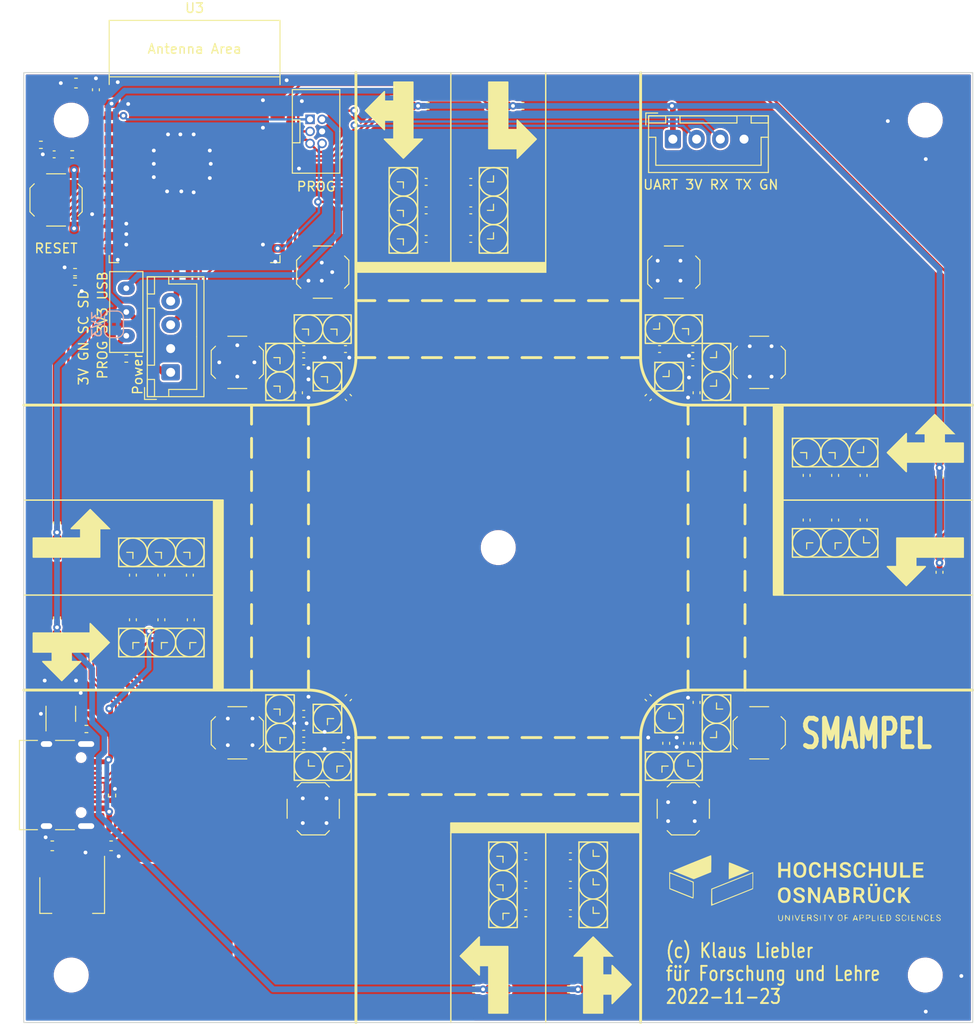
<source format=kicad_pcb>
(kicad_pcb (version 20211014) (generator pcbnew)
  (layers (0 "F.Cu" signal) (31 "B.Cu" signal) (34 "B.Paste" user) (35 "F.Paste" user) (36 "B.SilkS" user "B.Silkscreen") (37 "F.SilkS" user "F.Silkscreen") (38 "B.Mask" user) (39 "F.Mask" user) (44 "Edge.Cuts" user))
  (net 0 "")
  (net 1 "+5V")
  (net 2 "GND")
  (net 3 "+3.3V")
  (net 4 "+3.3VP")
  (net 5 "PROG_EN")
  (net 6 "RGBLED")
  (net 7 "Net-(D1-Pad2)")
  (net 8 "Net-(D2-Pad3)")
  (net 9 "Net-(D44-Pad3)")
  (net 10 "Net-(D3-Pad3)")
  (net 11 "Net-(D4-Pad3)")
  (net 12 "Net-(D5-Pad3)")
  (net 13 "Net-(D6-Pad3)")
  (net 14 "Net-(D10-Pad1)")
  (net 15 "Net-(D10-Pad3)")
  (net 16 "Net-(D11-Pad3)")
  (net 17 "Net-(D12-Pad3)")
  (net 18 "Net-(D13-Pad3)")
  (net 19 "Net-(D14-Pad3)")
  (net 20 "Net-(D15-Pad3)")
  (net 21 "Net-(D16-Pad3)")
  (net 22 "Net-(D17-Pad3)")
  (net 23 "Net-(D18-Pad3)")
  (net 24 "Net-(D19-Pad3)")
  (net 25 "Net-(D20-Pad3)")
  (net 26 "Net-(D21-Pad3)")
  (net 27 "Net-(D22-Pad3)")
  (net 28 "Net-(D23-Pad3)")
  (net 29 "Net-(D24-Pad3)")
  (net 30 "Net-(D25-Pad3)")
  (net 31 "Net-(D26-Pad3)")
  (net 32 "Net-(D27-Pad3)")
  (net 33 "Net-(D28-Pad3)")
  (net 34 "Net-(D29-Pad3)")
  (net 35 "Net-(D30-Pad3)")
  (net 36 "Net-(D31-Pad3)")
  (net 37 "Net-(D32-Pad3)")
  (net 38 "Net-(D33-Pad3)")
  (net 39 "Net-(D34-Pad3)")
  (net 40 "Net-(D35-Pad3)")
  (net 41 "/USB+")
  (net 42 "/USB-")
  (net 43 "PROG_TX")
  (net 44 "PROG_RX")
  (net 45 "PROG_IO0")
  (net 46 "Net-(D36-Pad3)")
  (net 47 "+3.3VA")
  (net 48 "Net-(D38-Pad3)")
  (net 49 "Net-(D39-Pad3)")
  (net 50 "Net-(D40-Pad3)")
  (net 51 "Net-(D41-Pad3)")
  (net 52 "Net-(D42-Pad3)")
  (net 53 "Net-(D43-Pad3)")
  (net 54 "Net-(J4-PadA5)")
  (net 56 "Net-(J4-PadB5)")
  (net 59 "Net-(R2-Pad1)")
  (net 61 "VBUS")
  (net 67 "SCL")
  (net 68 "SDA")
  (net 77 "/BHL")
  (net 78 "/BHS")
  (net 79 "/LHL")
  (net 80 "/LHS")
  (net 81 "/RHL")
  (net 82 "/RHS")
  (net 83 "/THL")
  (net 84 "/THS")
  (net 87 "Net-(D7-Pad3)")
  (net 88 "Net-(D8-Pad3)")
  (net 89 "Net-(D37-Pad3)")
  (net 91 "/BPA")
  (net 92 "/LPA")
  (net 93 "/RPA")
  (footprint "Capacitor_SMD:C_0402_1005Metric" (layer "F.Cu") (at 132.5 97.1 -90)
    (fp_text reference "C33" hide)
    (fp_text value "u1")
  )
  (footprint "Capacitor_SMD:C_0402_1005Metric" (layer "F.Cu") (at 79.5 120.9 180)
    (fp_text reference "C47" hide)
    (fp_text value "u1")
  )
  (footprint "Capacitor_SMD:C_0402_1005Metric" (layer "F.Cu") (at 84.2 115.8 -135)
    (fp_text reference "C46" hide)
    (fp_text value "u1")
  )
  (footprint "Button_Switch_SMD:SW_SPST_TL3342" (layer "F.Cu") (at 72.5 119.5 -90)
    (fp_text reference "SW10" hide)
    (fp_text value "LPA")
  )
  (footprint "Connector_JST:JST_XH_B4B-XH-A_1x04_P2.50mm_Vertical" (layer "F.Cu") (at 118.4 57)
    (fp_text reference "J2" hide)
    (fp_text value "UART 3V RX TX GN")
  )
  (footprint "liebler_SEMICONDUCTORS:SOT-23_smaller_withoutSilkscreen" (layer "F.Cu") (at 54.5 110)
    (fp_text reference "U7" hide)
    (fp_text value "L_Hall_S")
  )
  (footprint "Espressif:ESP32-S3-WROOM-1" (layer "F.Cu") (at 68 60.25)
    (fp_text reference "U3")
    (fp_text value "ESP32-S3-WROOM-1")
  )
  (footprint "Capacitor_SMD:C_0603_1608Metric" (layer "F.Cu") (at 59.2 131.4)
    (fp_text reference "C4" hide)
    (fp_text value "10uF")
  )
  (footprint "liebler_OPTO:LED_0606" (layer "F.Cu") (at 83 123 90)
    (fp_text reference "D33" hide)
    (fp_text value "DY-S1515065")
  )
  (footprint "liebler_OPTO:LED_0606" (layer "F.Cu") (at 100.5 135.5)
    (fp_text reference "D31" hide)
    (fp_text value "DY-S1515065")
  )
  (footprint "Capacitor_SMD:C_0402_1005Metric" (layer "F.Cu") (at 117.7 120.6 -90)
    (fp_text reference "C38" hide)
    (fp_text value "u1")
  )
  (footprint "Capacitor_SMD:C_0402_1005Metric" (layer "F.Cu") (at 132.5 92.4 90)
    (fp_text reference "C24" hide)
    (fp_text value "u1")
  )
  (footprint "liebler_OPTO:LED_0606" (layer "F.Cu") (at 132.5 99.5 90)
    (fp_text reference "D21" hide)
    (fp_text value "DY-S1515065")
  )
  (footprint "liebler_OPTO:LED_0606" (layer "F.Cu") (at 90 67.5)
    (fp_text reference "D5" hide)
    (fp_text value "DY-S1515065")
  )
  (footprint "Capacitor_SMD:C_0603_1608Metric" (layer "F.Cu") (at 55.5 51.1 180)
    (fp_text reference "C2" hide)
    (fp_text value "22uF")
  )
  (footprint "Capacitor_SMD:C_0402_1005Metric" (layer "F.Cu") (at 120.5 80.5)
    (fp_text reference "C20" hide)
    (fp_text value "u1")
  )
  (footprint "Button_Switch_SMD:SW_SPST_TL3342" (layer "F.Cu") (at 127.5 119.5 -90)
    (fp_text reference "SW5" hide)
    (fp_text value "RPA")
  )
  (footprint "liebler_SEMICONDUCTORS:SOT-23_smaller_withoutSilkscreen" (layer "F.Cu") (at 110 145.5 90)
    (fp_text reference "U5" hide)
    (fp_text value "B_Hall_S")
  )
  (footprint "Capacitor_SMD:C_0603_1608Metric" (layer "F.Cu") (at 53 131.4 180)
    (fp_text reference "C1" hide)
    (fp_text value "10uF")
  )
  (footprint "Capacitor_SMD:C_0402_1005Metric" (layer "F.Cu") (at 120.5 79.1)
    (fp_text reference "C17" hide)
    (fp_text value "u1")
  )
  (footprint "Capacitor_SMD:C_0402_1005Metric" (layer "F.Cu") (at 102.9 138.5 180)
    (fp_text reference "C42" hide)
    (fp_text value "u1")
  )
  (footprint "liebler_OPTO:LED_0606" (layer "F.Cu") (at 77 83)
    (fp_text reference "D44" hide)
    (fp_text value "DY-S1515065")
  )
  (footprint "liebler_OPTO:LED_0606" (layer "F.Cu") (at 132.5 90)
    (fp_text reference "D16" hide)
    (fp_text value "DY-S1515065")
  )
  (footprint "liebler_SEMICONDUCTORS:SOT-23_smaller_withoutSilkscreen" (layer "F.Cu") (at 100 54.5 -90)
    (fp_text reference "U10" hide)
    (fp_text value "T_Hall_L")
  )
  (footprint "Capacitor_SMD:C_0402_1005Metric" (layer "F.Cu") (at 92.6 53.5 180)
    (fp_text reference "C31" hide)
    (fp_text value "u1")
  )
  (footprint "Capacitor_SMD:C_0402_1005Metric" (layer "F.Cu") (at 120.9 116.3 -90)
    (fp_text reference "C34" hide)
    (fp_text value "u1")
  )
  (footprint "liebler_OPTO:LED_0606" (layer "F.Cu") (at 123 83 -90)
    (fp_text reference "D15" hide)
    (fp_text value "DY-S1515065")
  )
  (footprint "liebler_SEMICONDUCTORS:SOT-23_smaller_withoutSilkscreen" (layer "F.Cu") (at 145.5 90 180)
    (fp_text reference "U9" hide)
    (fp_text value "R_Hall_S")
  )
  (footprint "Capacitor_SMD:C_0402_1005Metric" (layer "F.Cu") (at 97.1 64.5)
    (fp_text reference "C13" hide)
    (fp_text value "u1")
  )
  (footprint "liebler_OPTO:LED_0606" (layer "F.Cu") (at 61.5 100.5)
    (fp_text reference "D41" hide)
    (fp_text value "DY-S1515065")
  )
  (footprint "Connector_USB:USB_C_Receptacle_HRO_TYPE-C-31-M-12" (layer "F.Cu") (at 53.44 125 -90)
    (fp_text reference "J4" hide)
    (fp_text value "USB_C_Receptacle_USB2.0")
  )
  (footprint "liebler_OPTO:LED_0606" (layer "F.Cu") (at 67.5 100.5)
    (fp_text reference "D43" hide)
    (fp_text value "DY-S1515065")
  )
  (footprint "liebler_OPTO:LED_0606" (layer "F.Cu") (at 110 138.5 180)
    (fp_text reference "D29" hide)
    (fp_text value "DY-S1515065")
  )
  (footprint "Capacitor_SMD:C_0402_1005Metric" (layer "F.Cu") (at 83.9 79.1 180)
    (fp_text reference "C8" hide)
    (fp_text value "u1")
  )
  (footprint "liebler_OPTO:LED_0606" (layer "F.Cu") (at 90 61.5)
    (fp_text reference "D7" hide)
    (fp_text value "DY-S1515065")
  )
  (footprint "liebler_SEMICONDUCTORS:SOT-23_smaller_withoutSilkscreen" (layer "F.Cu") (at 100 145.5 90)
    (fp_text reference "U4" hide)
    (fp_text value "B_Hall_L")
  )
  (footprint "liebler_OPTO:LED_0606" (layer "F.Cu") (at 110 132.5 180)
    (fp_text reference "D27" hide)
    (fp_text value "DY-S1515065")
  )
  (footprint "liebler_OPTO:LED_0606" (layer "F.Cu") (at 77 80)
    (fp_text reference "D45" hide)
    (fp_text value "DY-S1515065")
  )
  (footprint "liebler_OPTO:LED_0606" (layer "F.Cu") (at 82 82)
    (fp_text reference "D3" hide)
    (fp_text value "DY-S1515065")
  )
  (footprint "liebler_OPTO:LED_0606" (layer "F.Cu") (at 80 77)
    (fp_text reference "D2" hide)
    (fp_text value "DY-S1515065")
  )
  (footprint "Capacitor_SMD:C_0402_1005Metric" (layer "F.Cu") (at 138.5 92.4 90)
    (fp_text reference "C28" hide)
    (fp_text value "u1")
  )
  (footprint "liebler_OPTO:LED_0606" (layer "F.Cu") (at 123 80 -90)
    (fp_text reference "D14" hide)
    (fp_text value "DY-S1515065")
  )
  (footprint "Capacitor_SMD:C_0402_1005Metric" (layer "F.Cu") (at 53.2 58.6 180)
    (fp_text reference "C5" hide)
    (fp_text value "u1")
  )
  (footprint "liebler_OPTO:LED_0606" (layer "F.Cu") (at 99.5 67.5 -90)
    (fp_text reference "D10" hide)
    (fp_text value "DY-S1515065")
  )
  (footprint "Capacitor_SMD:C_0402_1005Metric" (layer "F.Cu") (at 119.9 120.6 -90)
    (fp_text reference "C37" hide)
    (fp_text value "u1")
  )
  (footprint "liebler_OPTO:LED_0603_1608Metric" (layer "F.Cu") (at 60.8 82.2 90)
    (fp_text reference "D1" hide)
    (fp_text value "Power")
  )
  (footprint "liebler_OPTO:LED_0606" (layer "F.Cu") (at 64.5 100.5)
    (fp_text reference "D42" hide)
    (fp_text value "DY-S1515065")
  )
  (footprint "Capacitor_SMD:C_0402_1005Metric" (layer "F.Cu") (at 97.1 61.5)
    (fp_text reference "C12" hide)
    (fp_text value "u1")
  )
  (footprint "Capacitor_SMD:C_0402_1005Metric" (layer "F.Cu") (at 115.8 115.8 -45)
    (fp_text reference "C35" hide)
    (fp_text value "u1")
  )
  (footprint "Capacitor_SMD:C_0402_1005Metric" (layer "F.Cu") (at 107.6 138.5)
    (fp_text reference "C41" hide)
    (fp_text value "u1")
  )
  (footprint "Capacitor_SMD:C_0402_1005Metric" (layer "F.Cu") (at 107.6 132.5)
    (fp_text reference "C39" hide)
    (fp_text value "u1")
  )
  (footprint "liebler_CONN:IDC_2x03_P1.27mm_Vertical" (layer "F.Cu") (at 80.8 56.185)
    (fp_text reference "J1" hide)
    (fp_text value "PROG")
  )
  (footprint "MountingHole:MountingHole_3.2mm_M3_DIN965" (layer "F.Cu") (at 145 145)
    (fp_text reference "H2" hide)
    (fp_text value "MountingHole")
  )
  (footprint "Resistor_SMD:R_0402_1005Metric" (layer "F.Cu") (at 51.8 57.6 180)
    (fp_text reference "R3" hide)
    (fp_text value "10k")
  )
  (footprint "liebler_MECH:Switch_SS12D00" (layer "F.Cu") (at 60.8 75.2 -90)
    (fp_text reference "SW1" hide)
    (fp_text value "PROG 3V3 USB")
  )
  (footprint "Capacitor_SMD:C_0402_1005Metric" (layer "F.Cu") (at 120.9 120.6 -90)
    (fp_text reference "C36" hide)
    (fp_text value "u1")
  )
  (footprint "Capacitor_SMD:C_0402_1005Metric" (layer "F.Cu") (at 107.4 146.5)
    (fp_text reference "C19" hide)
    (fp_text value "u1")
  )
  (footprint "liebler_OPTO:LED_0606" (layer "F.Cu") (at 99.5 64.5 -90)
    (fp_text reference "D9" hide)
    (fp_text value "DY-S1515065")
  )
  (footprint "Resistor_SMD:R_0402_1005Metric" (layer "F.Cu") (at 55.1 58.6 180)
    (fp_text reference "R2" hide)
    (fp_text value "k1")
  )
  (footprint "Capacitor_SMD:C_0402_1005Metric" (layer "F.Cu") (at 135.5 92.4 90)
    (fp_text reference "C25" hide)
    (fp_text value "u1")
  )
  (footprint "Button_Switch_SMD:SW_SPST_TL3342" (layer "F.Cu") (at 53.4 63.4 -90)
    (fp_text reference "SW2" hide)
    (fp_text value "RESET")
  )
  (footprint "liebler_OPTO:LED_0606" (layer "F.Cu") (at 80 123 180)
    (fp_text reference "D35" hide)
    (fp_text value "DY-S1515065")
  )
  (footprint "liebler_OPTO:LED_0606" (layer "F.Cu") (at 117 77 -90)
    (fp_text reference "D11" hide)
    (fp_text value "DY-S1515065")
  )
  (footprint "Connector_JST:JST_XH_B4B-XH-A_1x04_P2.50mm_Vertical" (layer "F.Cu") (at 65.475 81.55 90)
    (fp_text reference "J3" hide)
    (fp_text value "3V GN SC SD")
  )
  (footprint "liebler_SEMICONDUCTORS:SOT-23_smaller_withoutSilkscreen" (layer "F.Cu") (at 90 54.5 -90)
    (fp_text reference "U11" hide)
    (fp_text value "T_Hall_S")
  )
  (footprint "Capacitor_SMD:C_0402_1005Metric" (layer "F.Cu") (at 79.5 119.6 180)
    (fp_text reference "C48" hide)
    (fp_text value "u1")
  )
  (footprint "liebler_OPTO:LED_0606" (layer "F.Cu") (at 77 120 90)
    (fp_text reference "D36" hide)
    (fp_text value "DY-S1515065")
  )
  (footprint "Button_Switch_SMD:SW_SPST_TL3342" (layer "F.Cu") (at 81.5 71 90)
    (fp_text reference "SW3" hide)
    (fp_text value "TPA")
  )
  (footprint "Capacitor_SMD:C_0402_1005Metric" (layer "F.Cu") (at 107.6 135.5)
    (fp_text reference "C40" hide)
    (fp_text value "u1")
  )
  (footprint "Capacitor_SMD:C_0402_1005Metric" (layer "F.Cu") (at 102.9 132.5 180)
    (fp_text reference "C44" hide)
    (fp_text value "u1")
  )
  (footprint "liebler_OPTO:LED_0606" (layer "F.Cu") (at 61.5 110 90)
    (fp_text reference "D40" hide)
    (fp_text value "DY-S1515065")
  )
  (footprint "liebler_OPTO:LED_0606" (layer "F.Cu") (at 67.5 110 90)
    (fp_text reference "D38" hide)
    (fp_text value "DY-S1515065")
  )
  (footprint "liebler_OPTO:LED_0606" (layer "F.Cu") (at 77 117)
    (fp_text reference "D37" hide)
    (fp_text value "DY-S1515065")
  )
  (footprint "Button_Switch_SMD:SW_SPST_TL3342" (layer "F.Cu") (at 72.5 80.5 -90)
    (fp_text reference "SW9" hide)
    (fp_text value "LPA")
  )
  (footprint "liebler_OPTO:LED_0606" (layer "F.Cu") (at 110 135.5 180)
    (fp_text reference "D28" hide)
    (fp_text value "DY-S1515065")
  )
  (footprint "Capacitor_SMD:C_0402_1005Metric" (layer "F.Cu") (at 79 83.7 90)
    (fp_text reference "C56" hide)
    (fp_text value "u1")
  )
  (footprint "Capacitor_SMD:C_0402_1005Metric" (layer "F.Cu") (at 53.5 107.4 -90)
    (fp_text reference "C23" hide)
    (fp_text value "u1")
  )
  (footprint "Capacitor_SMD:C_0402_1005Metric" (layer "F.Cu") (at 53.5 97.4 -90)
    (fp_text reference "C22" hide)
    (fp_text value "u1")
  )
  (footprint "Capacitor_SMD:C_0402_1005Metric" (layer "F.Cu") (at 138.5 97.1 -90)
    (fp_text reference "C29" hide)
    (fp_text value "u1")
  )
  (footprint "Capacitor_SMD:C_0402_1005Metric" (layer "F.Cu") (at 117 79.1)
    (fp_text reference "C15" hide)
    (fp_text value "u1")
  )
  (footprint "Capacitor_SMD:C_0402_1005Metric" (layer "F.Cu") (at 115.8 84.2 45)
    (fp_text reference "C16" hide)
    (fp_text value "u1")
  )
  (footprint "liebler_OPTO:LED_0606" (layer "F.Cu") (at 90 64.5)
    (fp_text reference "D6" hide)
    (fp_text value "DY-S1515065")
  )
  (footprint "Capacitor_SMD:C_0402_1005Metric" (layer "F.Cu") (at 79.5 79.1 180)
    (fp_text reference "C6" hide)
    (fp_text value "u1")
  )
  (footprint "Capacitor_SMD:C_0402_1005Metric" (layer "F.Cu") (at 92.4 64.5 180)
    (fp_text reference "C10" hide)
    (fp_text value "u1")
  )
  (footprint "Button_Switch_SMD:SW_SPST_TL3342" (layer "F.Cu") (at 127.5 80.5 -90)
    (fp_text reference "SW6" hide)
    (fp_text value "RPA")
  )
  (footprint "Capacitor_SMD:C_0402_1005Metric" (layer "F.Cu") (at 84.2 84.2 135)
    (fp_text reference "C7" hide)
    (fp_text value "u1")
  )
  (footprint "liebler_OPTO:LED_0606" (layer "F.Cu") (at 118 118 180)
    (fp_text reference "D23" hide)
    (fp_text value "DY-S1515065")
  )
  (footprint "Capacitor_SMD:C_0402_1005Metric" (layer "F.Cu") (at 120.9 83.7 90)
    (fp_text reference "C21" hide)
    (fp_text value "u1")
  )
  (footprint "Capacitor_SMD:C_0402_1005Metric" (layer "F.Cu") (at 102.9 135.5 180)
    (fp_text reference "C43" hide)
    (fp_text value "u1")
  )
  (footprint "Button_Switch_SMD:SW_SPST_TL3342" (layer "F.Cu") (at 80.5 127.5 180)
    (fp_text reference "SW7" hide)
    (fp_text value "BPA")
  )
  (footprint "Resistor_SMD:R_0402_1005Metric" (layer "F.Cu") (at 55.4 71 180)
    (fp_text reference "R7" hide)
    (fp_text value "3k3")
  )
  (footprint "Capacitor_SMD:C_0402_1005Metric" (layer "F.Cu") (at 92.4 67.5 180)
    (fp_text reference "C9" hide)
    (fp_text value "u1")
  )
  (footprint "Capacitor_SMD:C_0402_1005Metric" (layer "F.Cu") (at 61.5 102.9 90)
    (fp_text reference "C53" hide)
    (fp_text value "u1")
  )
  (footprint "liebler_OPTO:LED_0606" (layer "F.Cu") (at 82 118 90)
    (fp_text reference "D34" hide)
    (fp_text value "DY-S1515065")
  )
  (footprint "liebler_OPTO:LED_0606" (layer "F.Cu") (at 138.5 99.5 180)
    (fp_text reference "D19" hide)
    (fp_text value "DY-S1515065")
  )
  (footprint "Resistor_SMD:R_0402_1005Metric" (layer "F.Cu") (at 59.3 126.1 90)
    (fp_text reference "R5" hide)
    (fp_text value "5k1")
  )
  (footprint "Capacitor_SMD:C_0402_1005Metric" (layer "F.Cu") (at 67.6 107.6 -90)
    (fp_text reference "C50" hide)
    (fp_text value "u1")
  )
  (footprint "Button_Switch_SMD:SW_SPST_TL3342" (layer "F.Cu") (at 119.5 127.5 180)
    (fp_text reference "SW8" hide)
    (fp_text value "BPA")
  )
  (footprint "liebler_OPTO:LED_0606" (layer "F.Cu") (at 120.05 76.95)
    (fp_text reference "D13" hide)
    (fp_text value "DY-S1515065")
  )
  (footprint "Resistor_SMD:R_0402_1005Metric" (layer "F.Cu") (at 56.6 119.1)
    (fp_text reference "R4" hide)
    (fp_text value "5k1")
  )
  (footprint "Capacitor_SMD:C_0402_1005Metric" (layer "F.Cu") (at 61.5 107.6 -90)
    (fp_text reference "C52" hide)
    (fp_text value "u1")
  )
  (footprint "liebler_OPTO:LED_0606" (layer "F.Cu") (at 120 123 180)
    (fp_text reference "D25" hide)
    (fp_text value "DY-S1515065")
  )
  (footprint "Button_Switch_SMD:SW_SPST_TL3342" (layer "F.Cu") (at 118.5 71 90)
    (fp_text reference "SW4" hide)
    (fp_text value "TPA")
  )
  (footprint "MountingHole:MountingHole_3.2mm_M3_DIN965" (layer "F.Cu") (at 100 100)
    (fp_text reference "H5" hide)
    (fp_text value "MountingHole")
  )
  (footprint "Package_TO_SOT_SMD:SOT-23-6" (layer "F.Cu") (at 53.9 117.5 90)
    (fp_text reference "U2" hide)
    (fp_text value "SRV05-4")
  )
  (footprint "Capacitor_SMD:C_0402_1005Metric" (layer "F.Cu") (at 146.5 92.6 90)
    (fp_text reference "C27" hide)
    (fp_text value "u1")
  )
  (footprint "Package_TO_SOT_SMD:SOT-223-3_TabPin2" (layer "F.Cu") (at 55.1 136.6 -90)
    (fp_text reference "U1" hide)
    (fp_text value "AP1117-33")
  )
  (footprint "liebler_OPTO:LED_0606" (layer "F.Cu") (at 100.5 132.5)
    (fp_text reference "D32" hide)
    (fp_text value "DY-S1515065")
  )
  (footprint "liebler_OPTO:LED_0606" (layer "F.Cu") (at 83 77)
    (fp_text reference "D4" hide)
    (fp_text value "DY-S1515065")
  )
  (footprint "MountingHole:MountingHole_3.2mm_M3_DIN965" (layer "F.Cu") (at 145 55)
    (fp_text reference "H3" hide)
    (fp_text value "MountingHole")
  )
  (footprint "liebler_OPTO:LED_0606" (layer "F.Cu") (at 138.5 90 -90)
    (fp_text reference "D18" hide)
    (fp_text value "DY-S1515065")
  )
  (footprint "liebler_OPTO:LED_0606" (layer "F.Cu") (at 123 120 -90)
    (fp_text reference "D24" hide)
    (fp_text value "DY-S1515065")
  )
  (footprint "liebler_OPTO:LED_0606" (layer "F.Cu") (at 118 82 -90)
    (fp_text reference "D12" hide)
    (fp_text value "DY-S1515065")
  )
  (footprint "Resistor_SMD:R_0402_1005Metric" (layer "F.Cu") (at 60.8 80.1)
    (fp_text reference "R1" hide)
    (fp_text value "k22")
  )
  (footprint "Capacitor_SMD:C_0402_1005Metric" (layer "F.Cu") (at 79.5 80.4 180)
    (fp_text reference "C57" hide)
    (fp_text value "u1")
  )
  (footprint "liebler_SEMICONDUCTORS:SOT-23_smaller_withoutSilkscreen" (layer "F.Cu") (at 145.5 100 180)
    (fp_text reference "U8" hide)
    (fp_text value "R_Hall_L")
  )
  (footprint "liebler_OPTO:LED_0606" (layer "F.Cu") (at 123 117 180)
    (fp_text reference "D22" hide)
    (fp_text value "DY-S1515065")
  )
  (footprint "MountingHole:MountingHole_3.2mm_M3_DIN965" (layer "F.Cu") (at 55 55)
    (fp_text reference "H4" hide)
    (fp_text value "MountingHole")
  )
  (footprint "liebler_SEMICONDUCTORS:SOT-23_smaller_withoutSilkscreen" (layer "F.Cu") (at 54.5 100)
    (fp_text reference "U6" hide)
    (fp_text value "L_Hall_L")
  )
  (footprint "liebler_DRAWINGS:LOGO_FHOS_50mm" (layer "F.Cu") (at 132.3 135.85)
    (fp_text reference "G***" hide)
    (fp_text value "LOGO" hide)
  )
  (footprint "Capacitor_SMD:C_0402_1005Metric" (layer "F.Cu") (at 64.5 102.9 90)
    (fp_text reference "C54" hide)
    (fp_text value "u1")
  )
  (footprint "Capacitor_SMD:C_0402_1005Metric" (layer "F.Cu") (at 135.5 97.1 -90)
    (fp_text reference "C32" hide)
    (fp_text value "u1")
  )
  (footprint "Capacitor_SMD:C_0402_1005Metric" (layer "F.Cu") (at 146.5 102.6 90)
    (fp_text reference "C26" hide)
    (fp_text value "u1")
  )
  (footprint "liebler_OPTO:LED_0606" (layer "F.Cu") (at 135.5 99.5 90)
    (fp_text reference "D20" hide)
    (fp_text value "DY-S1515065")
  )
  (footprint "liebler_OPTO:LED_0606" (layer "F.Cu") (at 117.25 123 90)
    (fp_text reference "D26" hide)
    (fp_text value "DY-S1515065")
  )
  (footprint "liebler_OPTO:LED_0606" (layer "F.Cu") (at 135.5 90)
    (fp_text reference "D17" hide)
    (fp_text value "DY-S1515065")
  )
  (footprint "Capacitor_SMD:C_0402_1005Metric" (layer "F.Cu") (at 67.5 102.9 90)
    (fp_text reference "C55" hide)
    (fp_text value "u1")
  )
  (footprint "liebler_OPTO:LED_0606" (layer "F.Cu") (at 100.5 138.5 90)
    (fp_text reference "D30" hide)
    (fp_text value "DY-S1515065")
  )
  (footprint "Capacitor_SMD:C_0402_1005Metric" (layer "F.Cu") (at 97.4 146.5)
    (fp_text reference "C18" hide)
    (fp_text value "u1")
  )
  (footprint "Capacitor_SMD:C_0402_1005Metric" (layer "F.Cu") (at 57.6 51.8 -90)
    (fp_text reference "C3" hide)
    (fp_text value "u1")
  )
  (footprint "MountingHole:MountingHole_3.2mm_M3_DIN965" (layer "F.Cu") (at 55 145)
    (fp_text reference "H1" hide)
    (fp_text value "MountingHole")
  )
  (footprint "liebler_OPTO:LED_0606" (layer "F.Cu") (at 99.5 61.5 -90)
    (fp_text reference "D8" hide)
    (fp_text value "DY-S1515065")
  )
  (footprint "Capacitor_SMD:C_0402_1005Metric" (layer "F.Cu") (at 83.7 120.9 180)
    (fp_text reference "C45" hide)
    (fp_text value "u1")
  )
  (footprint "Capacitor_SMD:C_0402_1005Metric" (layer "F.Cu") (at 102.6 53.5 180)
    (fp_text reference "C30" hide)
    (fp_text value "u1")
  )
  (footprint "Resistor_SMD:R_0402_1005Metric" (layer "F.Cu") (at 55.4 72)
    (fp_text reference "R6" hide)
    (fp_text value "2k2")
  )
  (footprint "Capacitor_SMD:C_0402_1005Metric" (layer "F.Cu") (at 64.5 107.6 -90)
    (fp_text reference "C51" hide)
    (fp_text value "u1")
  )
  (footprint "Capacitor_SMD:C_0402_1005Metric" (layer "F.Cu") (at 97.1 67.5)
    (fp_text reference "C14" hide)
    (fp_text value "u1")
  )
  (footprint "Capacitor_SMD:C_0402_1005Metric" (layer "F.Cu") (at 79.5 117.5 180)
    (fp_text reference "C49" hide)
    (fp_text value "u1")
  )
  (footprint "liebler_OPTO:LED_0606" (layer "F.Cu") (at 64.5 110 90)
    (fp_text reference "D39" hide)
    (fp_text value "DY-S1515065")
  )
  (footprint "Capacitor_SMD:C_0402_1005Metric" (layer "F.Cu") (at 92.4 61.5 180)
    (fp_text reference "C11" hide)
    (fp_text value "u1")
  )
  (footprint "Jumper:SolderJumper-2_P1.3mm_Bridged2Bar_RoundedPad1.0x1.5mm" (layer "B.Cu") (at 59.5 76.5 -90)
    (fp_text reference "JP1" hide)
    (fp_text value "3V3")
  )
  (gr_line (start 120 92) (end 120 94) (layer "F.SilkS") (width 0.3))
  (gr_line (start 120 99) (end 120 101) (layer "F.SilkS") (width 0.3))
  (gr_circle (center 100.5 132.5) (end 100.5 131) (layer "F.SilkS") (width 0.15) (fill none))
  (gr_line (start 99 120) (end 101 120) (layer "F.SilkS") (width 0.3))
  (gr_line (start 74 111.5) (end 74 109.5) (layer "F.SilkS") (width 0.3))
  (gr_circle (center 120 123) (end 121.5 123) (layer "F.SilkS") (width 0.15) (fill none))
  (gr_line (start 101 80) (end 99 80) (layer "F.SilkS") (width 0.3))
  (gr_line (start 109.5 126) (end 111.5 126) (layer "F.SilkS") (width 0.3))
  (gr_line (start 126 92) (end 126 94) (layer "F.SilkS") (width 0.3))
  (gr_line (start 120 85) (end 120 87) (layer "F.SilkS") (width 0.3))
  (gr_rect (start 78.5 124.5) (end 84.5 121.5) (layer "F.SilkS") (width 0.15) (fill none))
  (gr_circle (center 135.5 99.5) (end 134 99.5) (layer "F.SilkS") (width 0.15) (fill none))
  (gr_arc (start 80 115) (mid 83.535534 116.464466) (end 85 120) (layer "F.SilkS") (width 0.3))
  (gr_line (start 106 120) (end 108 120) (layer "F.SilkS") (width 0.3))
  (gr_line (start 108 74) (end 106 74) (layer "F.SilkS") (width 0.3))
  (gr_rect (start 121.5 121.5) (end 115.5 124.5) (layer "F.SilkS") (width 0.15) (fill none))
  (gr_poly (pts (xy 88 57) (xy 89 57) (xy 89 55) (xy 88 55) (xy 88 56) (xy 86 54) (xy 88 52) (xy 88 53) (xy 89 53) (xy 89 51) (xy 91 51) (xy 91 57) (xy 92 57) (xy 90 59)) (layer "F.SilkS") (width 0.15) (fill solid))
  (gr_line (start 113 120) (end 115 120) (layer "F.SilkS") (width 0.3))
  (gr_circle (center 135.5 90) (end 134 90) (layer "F.SilkS") (width 0.15) (fill none))
  (gr_line (start 115 80) (end 113 80) (layer "F.SilkS") (width 0.3))
  (gr_circle (center 83 123) (end 81.5 123) (layer "F.SilkS") (width 0.15) (fill none))
  (gr_line (start 90.5 80) (end 88.5 80) (layer "F.SilkS") (width 0.3))
  (gr_line (start 126 99) (end 126 101) (layer "F.SilkS") (width 0.3))
  (gr_line (start 95 50) (end 95 70) (layer "F.SilkS") (width 0.15))
  (gr_line (start 108 80) (end 106 80) (layer "F.SilkS") (width 0.3))
  (gr_poly (pts (xy 112 143) (xy 111 143) (xy 111 145) (xy 112 145) (xy 112 144) (xy 114 146) (xy 112 148) (xy 112 147) (xy 111 147) (xy 111 149) (xy 109 149) (xy 109 143) (xy 108 143) (xy 110 141)) (layer "F.SilkS") (width 0.15) (fill solid))
  (gr_line (start 70 95) (end 50 95) (layer "F.SilkS") (width 0.15))
  (gr_line (start 74 94) (end 74 92) (layer "F.SilkS") (width 0.3))
  (gr_line (start 95.5 126) (end 97.5 126) (layer "F.SilkS") (width 0.3))
  (gr_poly (pts (xy 142 102) (xy 142 99) (xy 149 99) (xy 149 101) (xy 144 101) (xy 144 102) (xy 145 102) (xy 143 104) (xy 141 102)) (layer "F.SilkS") (width 0.15) (fill solid))
  (gr_rect (start 131 101) (end 140 98) (layer "F.SilkS") (width 0.15) (fill none))
  (gr_line (start 85 120) (end 85 150) (layer "F.SilkS") (width 0.3))
  (gr_line (start 74 87) (end 74 85) (layer "F.SilkS") (width 0.3))
  (gr_arc (start 85 80) (mid 83.535534 83.535534) (end 80 85) (layer "F.SilkS") (width 0.3))
  (gr_line (start 87 74) (end 85 74) (layer "F.SilkS") (width 0.3))
  (gr_poly (pts (xy 115 130) (xy 95 130) (xy 95 129) (xy 115 129)) (layer "F.SilkS") (width 0.15) (fill solid))
  (gr_rect (start 69 99) (end 60 102) (layer "F.SilkS") (width 0.15) (fill none))
  (gr_line (start 97.5 80) (end 95.5 80) (layer "F.SilkS") (width 0.3))
  (gr_circle (center 67.5 100.5) (end 69 100.5) (layer "F.SilkS") (width 0.15) (fill none))
  (gr_circle (center 90 64.5) (end 90 66) (layer "F.SilkS") (width 0.15) (fill none))
  (gr_line (start 85 126) (end 87 126) (layer "F.SilkS") (width 0.3))
  (gr_circle (center 123 117) (end 123 115.5) (layer "F.SilkS") (width 0.15) (fill none))
  (gr_line (start 85 120) (end 87 120) (layer "F.SilkS") (width 0.3))
  (gr_line (start 92 120) (end 94 120) (layer "F.SilkS") (width 0.3))
  (gr_circle (center 117 123) (end 118.5 123) (layer "F.SilkS") (width 0.15) (fill none))
  (gr_rect (start 99 131) (end 102 140) (layer "F.SilkS") (width 0.15) (fill none))
  (gr_circle (center 64.5 100.5) (end 66 100.5) (layer "F.SilkS") (width 0.15) (fill none))
  (gr_poly (pts (xy 98 142) (xy 101 142) (xy 101 149) (xy 99 149) (xy 99 144) (xy 98 144) (xy 98 145) (xy 96 143) (xy 98 141)) (layer "F.SilkS") (width 0.15) (fill solid))
  (gr_line (start 109.5 120) (end 111.5 120) (layer "F.SilkS") (width 0.3))
  (gr_line (start 80 111.5) (end 80 109.5) (layer "F.SilkS") (width 0.3))
  (gr_poly (pts (xy 143 88) (xy 143 89) (xy 145 89) (xy 145 88) (xy 144 88) (xy 146 86) (xy 148 88) (xy 147 88) (xy 147 89) (xy 149 89) (xy 149 91) (xy 143 91) (xy 143 92) (xy 141 90)) (layer "F.SilkS") (width 0.15) (fill solid))
  (gr_circle (center 100.5 138.5) (end 100.5 137) (layer "F.SilkS") (width 0.15) (fill none))
  (gr_circle (center 132.5 99.5) (end 131 99.5) (layer "F.SilkS") (width 0.15) (fill none))
  (gr_rect (start 83.5 80.5) (end 80.5 83.5) (layer "F.SilkS") (width 0.15) (fill none))
  (gr_circle (center 123 80) (end 123 81.5) (layer "F.SilkS") (width 0.15) (fill none))
  (gr_arc (start 120 85) (mid 116.464466 83.535534) (end 115 80) (layer "F.SilkS") (width 0.3))
  (gr_circle (center 64.5 110) (end 66 110) (layer "F.SilkS") (width 0.15) (fill none))
  (gr_line (start 80 104.5) (end 80 102.5) (layer "F.SilkS") (width 0.3))
  (gr_line (start 95 130) (end 95 150) (layer "F.SilkS") (width 0.15))
  (gr_line (start 74 115) (end 74 113) (layer "F.SilkS") (width 0.3))
  (gr_circle (center 61.5 100.5) (end 63 100.5) (layer "F.SilkS") (width 0.15) (fill none))
  (gr_circle (center 82 82) (end 83.5 82) (layer "F.SilkS") (width 0.15) (fill none))
  (gr_line (start 130 105) (end 150 105) (layer "F.SilkS") (width 0.15))
  (gr_line (start 126 95.5) (end 126 97.5) (layer "F.SilkS") (width 0.3))
  (gr_circle (center 123 120) (end 123 118.5) (layer "F.SilkS") (width 0.15) (fill none))
  (gr_poly (pts (xy 102 58) (xy 99 58) (xy 99 51) (xy 101 51) (xy 101 56) (xy 102 56) (xy 102 55) (xy 104 57) (xy 102 59)) (layer "F.SilkS") (width 0.15) (fill solid))
  (gr_line (start 80 108) (end 80 106) (layer "F.SilkS") (width 0.3))
  (gr_line (start 80 87) (end 80 85) (layer "F.SilkS") (width 0.3))
  (gr_line (start 105 70) (end 105 50) (layer "F.SilkS") (width 0.15))
  (gr_line (start 50 105) (end 70 105) (layer "F.SilkS") (width 0.15))
  (gr_line (start 90.5 74) (end 88.5 74) (layer "F.SilkS") (width 0.3))
  (gr_rect (start 108.5 131) (end 111.5 140) (layer "F.SilkS") (width 0.15) (fill none))
  (gr_line (start 126 102.5) (end 126 104.5) (layer "F.SilkS") (width 0.3))
  (gr_line (start 120 88.5) (end 120 90.5) (layer "F.SilkS") (width 0.3))
  (gr_circle (center 77 83) (end 77 81.5) (layer "F.SilkS") (width 0.15) (fill none))
  (gr_line (start 111.5 80) (end 109.5 80) (layer "F.SilkS") (width 0.3))
  (gr_line (start 74 90.5) (end 74 88.5) (layer "F.SilkS") (width 0.3))
  (gr_line (start 94 80) (end 92 80) (layer "F.SilkS") (width 0.3))
  (gr_rect (start 80.5 116.5) (end 83.5 119.5) (layer "F.SilkS") (width 0.15) (fill none))
  (gr_circle (center 110 132.5) (end 110 131) (layer "F.SilkS") (width 0.15) (fill none))
  (gr_line (start 115 120) (end 115 150) (layer "F.SilkS") (width 0.3))
  (gr_line (start 126 88.5) (end 126 90.5) (layer "F.SilkS") (width 0.3))
  (gr_line (start 97.5 74) (end 95.5 74) (layer "F.SilkS") (width 0.3))
  (gr_rect (start 121.5 115.5) (end 124.5 121.5) (layer "F.SilkS") (width 0.15) (fill none))
  (gr_circle (center 99.5 67.5) (end 99.5 69) (layer "F.SilkS") (width 0.15) (fill none))
  (gr_line (start 104.5 80) (end 102.5 80) (layer "F.SilkS") (width 0.3))
  (gr_circle (center 80 77) (end 81.5 77) (layer "F.SilkS") (width 0.15) (fill none))
  (gr_line (start 126 113) (end 126 115) (layer "F.SilkS") (width 0.3))
  (gr_line (start 126 109.5) (end 126 111.5) (layer "F.SilkS") (width 0.3))
  (gr_circle (center 120 77) (end 121.5 77) (layer "F.SilkS") (width 0.15) (fill none))
  (gr_line (start 80 115) (end 50 115) (layer "F.SilkS") (width 0.3))
  (gr_circle (center 118 118) (end 118 116.5) (layer "F.SilkS") (width 0.15) (fill none))
  (gr_circle (center 123 83) (end 123 84.5) (layer "F.SilkS") (width 0.15) (fill none))
  (gr_circle (center 80 123) (end 78.5 123) (layer "F.SilkS") (width 0.15) (fill none))
  (gr_line (start 115 80) (end 115 50) (layer "F.SilkS") (width 0.3))
  (gr_line (start 113 126) (end 115 126) (layer "F.SilkS") (width 0.3))
  (gr_line (start 99 126) (end 101 126) (layer "F.SilkS") (width 0.3))
  (gr_arc (start 115 120) (mid 116.464466 116.464466) (end 120 115) (layer "F.SilkS") (width 0.3))
  (gr_line (start 126 106) (end 126 108) (layer "F.SilkS") (width 0.3))
  (gr_circle (center 61.5 110) (end 63 110) (layer "F.SilkS") (width 0.15) (fill none))
  (gr_line (start 74 108) (end 74 106) (layer "F.SilkS") (width 0.3))
  (gr_circle (center 67.5 110) (end 69 110) (layer "F.SilkS") (width 0.15) (fill none))
  (gr_line (start 120 115) (end 150 115) (layer "F.SilkS") (width 0.3))
  (gr_rect (start 116.5 116.5) (end 119.5 119.5) (layer "F.SilkS") (width 0.15) (fill none))
  (gr_line (start 74 97.5) (end 74 95.5) (layer "F.SilkS") (width 0.3))
  (gr_circle (center 138.5 90) (end 137 90) (layer "F.SilkS") (width 0.15) (fill none))
  (gr_line (start 105 150) (end 105 130) (layer "F.SilkS") (width 0.15))
  (gr_line (start 92 126) (end 94 126) (layer "F.SilkS") (width 0.3))
  (gr_rect (start 119.5 83.5) (end 116.5 80.5) (layer "F.SilkS") (width 0.15) (fill none))
  (gr_line (start 120 95.5) (end 120 97.5) (layer "F.SilkS") (width 0.3))
  (gr_line (start 94 74) (end 92 74) (layer "F.SilkS") (width 0.3))
  (gr_rect (start 131 91.5) (end 140 88.5) (layer "F.SilkS") (width 0.15) (fill none))
  (gr_circle (center 110 135.5) (end 110 134) (layer "F.SilkS") (width 0.15) (fill none))
  (gr_line (start 95.5 120) (end 97.5 120) (layer "F.SilkS") (width 0.3))
  (gr_line (start 102.5 126) (end 104.5 126) (layer "F.SilkS") (width 0.3))
  (gr_poly (pts (xy 70 115) (xy 70 95) (xy 71 95) (xy 71 115)) (layer "F.SilkS") (width 0.15) (fill solid))
  (gr_line (start 74 104.5) (end 74 102.5) (layer "F.SilkS") (width 0.3))
  (gr_line (start 106 126) (end 108 126) (layer "F.SilkS") (width 0.3))
  (gr_line (start 87 80) (end 85 80) (layer "F.SilkS") (width 0.3))
  (gr_circle (center 90 67.5) (end 90 69) (layer "F.SilkS") (width 0.15) (fill none))
  (gr_rect (start 75.5 78.5) (end 78.5 84.5) (layer "F.SilkS") (width 0.15) (fill none))
  (gr_poly (pts (xy 130 85) (xy 130 105) (xy 129 105) (xy 129 85)) (layer "F.SilkS") (width 0.15) (fill solid))
  (gr_rect (start 91.5 69) (end 88.5 60) (layer "F.SilkS") (width 0.15) (fill none))
  (gr_line (start 111.5 74) (end 109.5 74) (layer "F.SilkS") (width 0.3))
  (gr_rect (start 84.5 75.5) (end 78.5 78.5) (layer "F.SilkS") (width 0.15) (fill none))
  (gr_line (start 74 101) (end 74 99) (layer "F.SilkS") (width 0.3))
  (gr_poly (pts (xy 57 112) (xy 57 111) (xy 55 111) (xy 55 112) (xy 56 112) (xy 54 114) (xy 52 112) (xy 53 112) (xy 53 111) (xy 51 111) (xy 51 109) (xy 57 109) (xy 57 108) (xy 59 110)) (layer "F.SilkS") (width 0.15) (fill solid))
  (gr_rect (start 101 69) (end 98 60) (layer "F.SilkS") (width 0.15) (fill none))
  (gr_line (start 120 102.5) (end 120 104.5) (layer "F.SilkS") (width 0.3))
  (gr_line (start 102.5 120) (end 104.5 120) (layer "F.SilkS") (width 0.3))
  (gr_circle (center 117 77) (end 118.5 77) (layer "F.SilkS") (width 0.15) (fill none))
  (gr_poly (pts (xy 85 70) (xy 105 70) (xy 105 71) (xy 85 71)) (layer "F.SilkS") (width 0.15) (fill solid))
  (gr_circle (center 99.5 61.5) (end 99.5 63) (layer "F.SilkS") (width 0.15) (fill none))
  (gr_circle (center 77 117) (end 77 115.5) (layer "F.SilkS") (width 0.15) (fill none))
  (gr_circle (center 118 82) (end 118 83.5) (layer "F.SilkS") (width 0.15) (fill none))
  (gr_line (start 101 74) (end 99 74) (layer "F.SilkS") (width 0.3))
  (gr_line (start 115 74) (end 113 74) (layer "F.SilkS") (width 0.3))
  (gr_rect (start 121.5 75.5) (end 115.5 78.5) (layer "F.SilkS") (width 0.15) (fill none))
  (gr_rect (start 75.5 115.5) (end 78.5 121.5) (layer "F.SilkS") (width 0.15) (fill none))
  (gr_line (start 80 90.5) (end 80 88.5) (layer "F.SilkS") (width 0.3))
  (gr_line (start 126 85) (end 126 87) (layer "F.SilkS") (width 0.3))
  (gr_circle (center 77 120) (end 77 118.5) (layer "F.SilkS") (width 0.15) (fill none))
  (gr_line (start 80 101) (end 80 99) (layer "F.SilkS") (width 0.3))
  (gr_line (start 80 115) (end 80 113) (layer "F.SilkS") (width 0.3))
  (gr_circle (center 82 118) (end 82 116.5) (layer "F.SilkS") (width 0.15) (fill none))
  (gr_line (start 120 113) (end 120 115) (layer "F.SilkS") (width 0.3))
  (gr_line (start 120 106) (end 120 108) (layer "F.SilkS") (width 0.3))
  (gr_line (start 150 95) (end 130 95) (layer "F.SilkS") (width 0.15))
  (gr_rect (start 69 108.5) (end 60 111.5) (layer "F.SilkS") (width 0.15) (fill none))
  (gr_line (start 80 94) (end 80 92) (layer "F.SilkS") (width 0.3))
  (gr_line (start 120 109.5) (end 120 111.5) (layer "F.SilkS") (width 0.3))
  (gr_circle (center 100.5 135.5) (end 100.5 134) (layer "F.SilkS") (width 0.15) (fill none))
  (gr_circle (center 99.5 64.5) (end 99.5 66) (layer "F.SilkS") (width 0.15) (fill none))
  (gr_circle (center 83 77) (end 84.5 77) (layer "F.SilkS") (width 0.15) (fill none))
  (gr_circle (center 110 138.5) (end 110 137) (layer "F.SilkS") (width 0.15) (fill none))
  (gr_circle (center 90 61.5) (end 90 63) (layer "F.SilkS") (width 0.15) (fill none))
  (gr_circle (center 77 80) (end 77 78.5) (layer "F.SilkS") (width 0.15) (fill none))
  (gr_rect (start 124.5 84.5) (end 121.5 78.5) (layer "F.SilkS") (width 0.15) (fill none))
  (gr_line (start 88.5 126) (end 90.5 126) (layer "F.SilkS") (width 0.3))
  (gr_line (start 104.5 74) (end 102.5 74) (layer "F.SilkS") (width 0.3))
  (gr_line (start 50 85) (end 80 85) (layer "F.SilkS") (width 0.3))
  (gr_circle (center 132.5 90) (end 131 90) (layer "F.SilkS") (width 0.15) (fill none))
  (gr_poly (pts (xy 58 98) (xy 58 101) (xy 51 101) (xy 51 99) (xy 56 99) (xy 56 98) (xy 55 98) (xy 57 96) (xy 59 98)) (layer "F.SilkS") (width 0.15) (fill solid))
  (gr_circle (center 138.5 99.5) (end 137 99.5) (layer "F.SilkS") (width 0.15) (fill none))
  (gr_line (start 85 80) (end 85 50) (layer "F.SilkS") (width 0.3))
  (gr_line (start 88.5 120) (end 90.5 120) (layer "F.SilkS") (width 0.3))
  (gr_line (start 120 85) (end 150 85) (layer "F.SilkS") (width 0.3))
  (gr_line (start 80 97.5) (end 80 95.5) (layer "F.SilkS") (width 0.3))
  (gr_rect (start 50 50) (end 150 150) (layer "Edge.Cuts") (width 0.1) (fill none))
  (gr_text "SMAMPEL\n" (at 138.8 119.6) (layer "F.SilkS") (effects (font (size 3 2) (thickness 0.5))))
  (gr_text "(c) Klaus Liebler\nfür Forschung und Lehre\n2022-11-23" (at 117.55 144.85) (layer "F.SilkS") (effects (font (size 1.5 1.2) (thickness 0.2)) (justify left)))
  (segment (start 109.875 128.325) (end 109.875 131.532538) (width 0.5) (layer "F.Cu") (net 1))
  (segment (start 91.5 64.9) (end 91.5 63) (width 0.6) (layer "F.Cu") (net 1))
  (segment (start 108.4 135.5) (end 108.7 135.2) (width 0.5) (layer "F.Cu") (net 1))
  (segment (start 97.58 61.5) (end 97.9 61.5) (width 0.5) (layer "F.Cu") (net 1))
  (segment (start 67.6 101.7) (end 67.95 101.35) (width 0.5) (layer "F.Cu") (net 1))
  (segment (start 116.139411 83.860589) (end 117.55 82.45) (width 0.5) (layer "F.Cu") (net 1))
  (segment (start 64.5 108.08) (end 64.5 108.6) (width 0.5) (layer "F.Cu") (net 1))
  (segment (start 68.15 100.95) (end 77.45 91.65) (width 0.5) (layer "F.Cu") (net 1))
  (segment (start 131.85 91.15) (end 135.75 91.15) (width 0.5) (layer "F.Cu") (net 1))
  (segment (start 80.45 77.85) (end 80.45 77.45) (width 0.5) (layer "F.Cu") (net 1))
  (segment (start 135.95 90.95) (end 135.95 90.45) (width 0.5) (layer "F.Cu") (net 1))
  (segment (start 83.45 121.13) (end 83.22 120.9) (width 0.5) (layer "F.Cu") (net 1))
  (segment (start 99.05 64.95) (end 97.85 64.95) (width 0.6) (layer "F.Cu") (net 1))
  (segment (start 100.95 135.95) (end 101.97 135.95) (width 0.5) (layer "F.Cu") (net 1))
  (segment (start 64.5 102.42) (end 64.5 101.7) (width 0.5) (layer "F.Cu") (net 1))
  (segment (start 132.5 91.92) (end 132.5 91.3) (width 0.5) (layer "F.Cu") (net 1))
  (segment (start 79.02 117.5) (end 78.4 117.5) (width 0.5) (layer "F.Cu") (net 1))
  (segment (start 135.95 99.05) (end 135.95 98.03) (width 0.5) (layer "F.Cu") (net 1))
  (segment (start 77.45 91.65) (end 77.45 83.45) (width 0.5) (layer "F.Cu") (net 1))
  (segment (start 54.7 112) (end 53.9 112.8) (width 0.25) (layer "F.Cu") (net 1))
  (segment (start 64.7 108.8) (end 67.6 108.8) (width 0.5) (layer "F.Cu") (net 1))
  (segment (start 79.02 79.1) (end 79.02 78.88) (width 0.5) (layer "F.Cu") (net 1))
  (segment (start 99.05 67.95) (end 99.05 69.45) (width 0.6) (layer "F.Cu") (net 1))
  (segment (start 122.55 83.45) (end 122.55 85.25) (width 0.5) (layer "F.Cu") (net 1))
  (segment (start 79.02 117.5) (end 79.02 117.28) (width 0.5) (layer "F.Cu") (net 1))
  (segment (start 135.5 91.4) (end 135.75 91.15) (width 0.5) (layer "F.Cu") (net 1))
  (segment (start 91.5 64.9) (end 90.5 64.9) (width 0.6) (layer "F.Cu") (net 1))
  (segment (start 83.860589 116.139411) (end 82.45 117.55) (width 0.5) (layer "F.Cu") (net 1))
  (segment (start 61.315614 108.08) (end 60.74 107.504386) (width 0.5) (layer "F.Cu") (net 1))
  (segment (start 90.45 61.95) (end 91.47 61.95) (width 0.5) (layer "F.Cu") (net 1))
  (segment (start 122.55 85.25) (end 128.45 91.15) (width 0.5) (layer "F.Cu") (net 1))
  (segment (start 122.55 116.55) (end 122.25 116.55) (width 0.5) (layer "F.Cu") (net 1))
  (segment (start 101.97 135.95) (end 102.42 135.5) (width 0.5) (layer "F.Cu") (net 1))
  (segment (start 117.55 117.25) (end 117.55 117.55) (width 0.5) (layer "F.Cu") (net 1))
  (segment (start 92.763172 122.55) (end 83.45 122.55) (width 0.5) (layer "F.Cu") (net 1))
  (segment (start 80 78.3) (end 80.45 77.85) (width 0.5) (layer "F.Cu") (net 1))
  (segment (start 79.02 120.9) (end 79.02 119.9) (width 0.5) (layer "F.Cu") (net 1))
  (segment (start 97.8 67.6) (end 98.1 67.9) (width 0.6) (layer "F.Cu") (net 1))
  (segment (start 120.06 121.08) (end 119.88 120.9) (width 0.5) (layer "F.Cu") (net 1))
  (segment (start 99 67.9) (end 99.05 67.95) (width 0.6) (layer "F.Cu") (net 1))
  (segment (start 108.08 138.684386) (end 107.364386 139.4) (width 0.5) (layer "F.Cu") (net 1))
  (segment (start 99.05 61.95) (end 97.8 63.2) (width 0.6) (layer "F.Cu") (net 1))
  (segment (start 61.95 100.95) (end 61.95 101.95) (width 0.5) (layer "F.Cu") (net 1))
  (segment (start 116.85 120.73) (end 117.2 121.08) (width 0.5) (layer "F.Cu") (net 1))
  (segment (start 67.6 108.8) (end 67.6 108.08) (width 0.5) (layer "F.Cu") (net 1))
  (segment (start 60.74 102.995614) (end 61.315614 102.42) (width 0.5) (layer "F.Cu") (net 1))
  (segment (start 100.95 132.95) (end 101.142462 132.95) (width 0.5) (layer "F.Cu") (net 1))
  (segment (start 91.47 61.95) (end 91.92 61.5) (width 0.5) (layer "F.Cu") (net 1))
  (segment (start 64.7 108.8) (end 63.2 108.8) (width 0.5) (layer "F.Cu") (net 1))
  (segment (start 59 129.7) (end 58.38 130.32) (width 0.6) (layer "F.Cu") (net 1))
  (segment (start 91.5 64.9) (end 91.5 67.2) (width 0.6) (layer "F.Cu") (net 1))
  (segment (start 101.592462 132.5) (end 102.42 132.5) (width 0.5) (layer "F.Cu") (net 1))
  (segment (start 138.82 97.58) (end 138.5 97.58) (width 0.5) (layer "F.Cu") (net 1))
  (segment (start 117.48 80.42) (end 116.85 81.05) (width 0.5) (layer "F.Cu") (net 1))
  (segment (start 131.536828 98.35) (end 122.7 107.186828) (width 0.5) (layer "F.Cu") (net 1))
  (segment (start 52.8 132.375) (end 53.775 131.4) (width 0.6) (layer "F.Cu") (net 1))
  (segment (start 83.45 122.55) (end 83.45 121.13) (width 0.5) (layer "F.Cu") (net 1))
  (segment (start 52.8 133.45) (end 52.8 132.375) (width 0.6) (layer "F.Cu") (net 1))
  (segment (start 120.98 83) (end 120.98 80.5) (width 0.5) (layer "F.Cu") (net 1))
  (segment (start 79.02 80.4) (end 79.02 79.1) (width 0.5) (layer "F.Cu") (net 1))
  (segment (start 102.42 138.684386) (end 102.42 138.5) (width 0.5) (layer "F.Cu") (net 1))
  (segment (start 77.45 119.55) (end 78.67 119.55) (width 0.5) (layer "F.Cu") (net 1))
  (segment (start 132.95 99.05) (end 133.386828 99.05) (width 0.5) (layer "F.Cu") (net 1))
  (segment (start 116.85 117.95) (end 116.85 120.73) (width 0.5) (layer "F.Cu") (net 1))
  (segment (start 81.98 83.22) (end 79 83.22) (width 0.5) (layer "F.Cu") (net 1))
  (segment (start 120.9 121.08) (end 121.92 121.08) (width 0.5) (layer "F.Cu") (net 1))
  (segment (start 78.4 117.5) (end 77.5 117.5) (width 0.5) (layer "F.Cu") (net 1))
  (segment (start 83.42 79.1) (end 83.42 77.48) (width 0.5) (layer "F.Cu") (net 1))
  (segment (start 108.95 132.05) (end 108.7 132.3) (width 0.5) (layer "F.Cu") (net 1))
  (segment (start 121.03 80.45) (end 120.98 80.5) (width 0.5) (layer "F.Cu") (net 1))
  (segment (start 90.75 67.95) (end 90.45 67.95) (width 0.6) (layer "F.Cu") (net 1))
  (segment (start 132.95 98.35) (end 131.536828 98.35) (width 0.5) (layer "F.Cu") (net 1))
  (segment (start 79 83.22) (end 78.38 83.22) (width 0.5) (layer "F.Cu") (net 1))
  (segment (start 53.9 116.923528) (end 53.9 116.3625) (width 0.5) (layer "F.Cu") (net 1))
  (segment (start 58.71 122.55) (end 58.93 122.33) (width 0.5) (layer "F.Cu") (net 1))
  (segment (start 122.55 80.45) (end 121.03 80.45) (width 0.5) (layer "F.Cu") (net 1))
  (segment (start 108.53 138.05) (end 108.08 138.5) (width 0.5) (layer "F.Cu") (net 1))
  (segment (start 134.136828 98.3) (end 135.68 98.3) (width 0.5) (layer "F.Cu") (net 1))
  (segment (start 92.3 60.7) (end 96.964386 60.7) (width 0.5) (layer "F.Cu") (net 1))
  (segment (start 135.95 90.45) (end 138.05 90.45) (width 0.5) (layer "F.Cu") (net 1))
  (segment (start 83.75 77.45) (end 90.45 70.75) (width 0.5) (layer "F.Cu") (net 1))
  (segment (start 64.95 109.55) (end 64.95 109.05) (width 0.5) (layer "F.Cu") (net 1))
  (segment (start 135.75 91.15) (end 135.95 90.95) (width 0.5) (layer "F.Cu") (net 1))
  (segment (start 98.1 67.9) (end 99 67.9) (width 0.6) (layer "F.Cu") (net 1))
  (segment (start 90.5 64.9) (end 90.45 64.95) (width 0.6) (layer "F.Cu") (net 1))
  (segment (start 77.45 119.55) (end 77.45 117.45) (width 0.5) (layer "F.Cu") (net 1))
  (segment (start 109.55 132.05) (end 108.95 132.05) (width 0.5) (layer "F.Cu") (net 1))
  (segment (start 120.98 83.184386) (end 120.98 83) (width 0.5) (layer "F.Cu") (net 1))
  (segment (start 67.95 109.55) (end 67.95 109.15) (width 0.5) (layer "F.Cu") (net 1))
  (segment (start 90.45 70.75) (end 90.45 67.95) (width 0.5) (layer "F.Cu") (net 1))
  (segment (start 122.7 107.186828) (end 122.7 116.4) (width 0.5) (layer "F.Cu") (net 1))
  (segment (start 98.35 61.95) (end 99.05 61.95) (width 0.5) (layer "F.Cu") (net 1))
  (segment (start 122.25 116.55) (end 122.02 116.78) (width 0.5) (layer "F.Cu") (net 1))
  (segment (start 107.364386 139.4) (end 103.135614 139.4) (width 0.5) (layer "F.Cu") (net 1))
  (segment (start 59.15 119.85) (end 56.775 117.475) (width 0.5) (layer "F.Cu") (net 1))
  (segment (start 138.05 99.05) (end 138.05 98.03) (width 0.5) (layer "F.Cu") (net 1))
  (segment (start 61.95 101.95) (end 61.95 101.97) (width 0.5) (layer "F.Cu") (net 1))
  (segment (start 83.22 118.045) (end 83.22 120.9) (width 0.5) (layer "F.Cu") (net 1))
  (segment (start 64.95 109.05) (end 64.7 108.8) (width 0.5) (layer "F.Cu") (net 1))
  (segment (start 120.9 83.22) (end 118.045 83.22) (width 0.5) (layer "F.Cu") (net 1))
  (segment (start 139.3 92.2) (end 139.3 97.1) (width 0.5) (layer "F.Cu") (net 1))
  (segment (start 97.8 64.9) (end 97.8 67.6) (width 0.6) (layer "F.Cu") (net 1))
  (segment (start 135.68 98.3) (end 135.95 98.03) (width 0.5) (layer "F.Cu") (net 1))
  (segment (start 122.55 83.45) (end 121.43 83.45) (width 0.6) (layer "F.Cu") (net 1))
  (segment (start 108.7 135.2) (end 108.7 137.2) (width 0.5) (layer "F.Cu") (net 1))
  (segment (start 119.65 122.45) (end 119.65 121.13) (width 0.5) (layer "F.Cu") (net 1))
  (segment (start 54.451472 117.475) (end 53.9 116.923528) (width 0.5) (layer "F.Cu") (net 1))
  (segment (start 108.08 138.5) (end 108.08 138.684386) (width 0.5) (layer "F.Cu") (net 1))
  (segment (start 61.5 108.08) (end 61.315614 108.08) (width 0.5) (layer "F.Cu") (net 1))
  (segment (start 57.485 122.55) (end 58.71 122.55) (width 0.5) (layer "F.Cu") (net 1))
  (segment (start 120.98 79.1) (end 120.98 80.5) (width 0.5) (layer "F.Cu") (net 1))
  (segment (start 53.9 112.8) (end 53.9 116.3625) (width 0.25) (layer "F.Cu") (net 1))
  (segment (start 91.92 61.08) (end 92.3 60.7) (width 0.5) (layer "F.Cu") (net 1))
  (segment (start 62.7 108.8) (end 61.95 109.55) (width 0.5) (layer "F.Cu") (net 1))
  (segment (start 83.42 79.1) (end 83.42 81.78) (width 0.5) (layer "F.Cu") (net 1))
  (segment (start 120.98 79.1) (end 120.98 77.88) (width 0.5) (layer "F.Cu") (net 1))
  (segment (start 116.85 82.025) (end 117.9625 83.1375) (width 0.5) (layer "F.Cu") (net 1))
  (segment (start 59.15 120.05) (end 59.15 119.85) (width 0.5) (layer "F.Cu") (net 1))
  (segment (start 79.02 120.9) (end 79.02 122.02) (width 0.5) (layer "F.Cu") (net 1))
  (segment (start 59.15 120.05) (end 59.15 117.093601) (width 0.5) (layer "F.Cu") (net 1))
  (segment (start 120.9 121.08) (end 120.06 121.08) (width 0.5) (layer "F.Cu") (net 1))
  (segment (start 67.5 101.8) (end 67.6 101.7) (width 0.5) (layer "F.Cu") (net 1))
  (segment (start 64.5 108.6) (end 64.7 108.8) (width 0.5) (layer "F.Cu") (net 1))
  (segment (start 107.05 77.45) (end 116.55 77.45) (width 0.6) (layer "F.Cu") (net 1))
  (segment (start 132.95 98.03) (end 132.5 97.58) (width 0.5) (layer "F.Cu") (net 1))
  (segment (start 83.860589 83.860589) (end 82.45 82.45) (width 0.5) (layer "F.Cu") (net 1))
  (segment (start 78.4 114.9) (end 73.05 109.55) (width 0.5) (layer "F.Cu") (net 1))
  (segment (start 64.95 101.25) (end 64.5 101.7) (width 0.5) (layer "F.Cu") (net 1))
  (segment (start 60.74 107.504386) (end 60.74 102.995614) (width 0.5) (layer "F.Cu") (net 1))
  (segment (start 117.2 121.08) (end 117.12 121.08) (width 0.5) (layer "F.Cu") (net 1))
  (segment (start 77.5 117.5) (end 77.45 117.45) (width 0.5) (layer "F.Cu") (net 1))
  (segment (start 116.85 81.05) (end 116.85 82.025) (width 0.5) (layer "F.Cu") (net 1))
  (segment (start 78.38 83.22) (end 78.15 83.45) (width 0.5) (layer "F.Cu") (net 1))
  (segment (start 54.855 130.32) (end 53.775 131.4) (width 0.6) (layer "F.Cu") (net 1))
  (segment (start 100.95 138.05) (end 101.97 138.05) (width 0.5) (layer "F.Cu") (net 1))
  (segment (start 64.5 101.7) (end 62.2 101.7) (width 0.5) (layer "F.Cu") (net 1))
  (segment (start 108.7 132.3) (end 108.7 134.9) (width 0.5) (layer "F.Cu") (net 1))
  (segment (start 56.775 117.475) (end 54.451472 117.475) (width 0.5) (layer "F.Cu") (net 1))
  (segment (start 117.46 78.66) (end 117.46 79.1) (width 0.6) (layer "F.Cu") (net 1))
  (segment (start 67.5 102.42) (end 67.5 101.8) (width 0.5) (layer "F.Cu") (net 1))
  (segment (start 119.65 121.13) (end 119.88 120.9) (width 0.5) (layer "F.Cu") (net 1))
  (segment (start 67.95 100.95) (end 68.15 100.95) (width 0.5) (layer "F.Cu") (net 1))
  (segment (start 63.2 108.8) (end 62.7 108.8) (width 0.5) (layer "F.Cu") (net 1))
  (segment (start 103.135614 139.4) (end 102.42 138.684386) (width 0.5) (layer "F.Cu") (net 1))
  (segment (start 97.85 64.95) (end 97.8 64.9) (width 0.6) (layer "F.Cu") (net 1))
  (segment (start 138.05 98.03) (end 138.5 97.58) (width 0.5) (layer "F.Cu") (net 1))
  (segment (start 102.42 132.5) (end 101.7 132.5) (width 0.5) (layer "F.Cu") (net 1))
  (segment (start 79.02 78.88) (end 79.6 78.3) (width 0.5) (layer "F.Cu") (net 1))
  (segment (start 101.97 138.05) (end 102.42 138.5) (width 0.5) (layer "F.Cu") (net 1))
  (segment (start 118.02 116.78) (end 116.85 117.95) (width 0.5) (layer "F.Cu") (net 1))
  (segment (start 58.38 130.32) (end 54.855 130.32) (width 0.6) (layer "F.Cu") (net 1))
  (segment (start 109.55 135.05) (end 109.4 134.9) (width 0.5) (layer "F.Cu") (net 1))
  (segment (start 119.55 122.55) (end 119.65 122.45) (width 0.5) (layer "F.Cu") (net 1))
  (segment (start 108.08 132.5) (end 108.5 132.5) (width 0.5) (layer "F.Cu") (net 1))
  (segment (start 61.95 108.53) (end 61.5 108.08) (width 0.5) (layer "F.Cu") (net 1))
  (segment (start 59 127.8) (end 59 129.7) (width 0.6) (layer "F.Cu") (net 1))
  (segment (start 139.02 91.92) (end 139.3 92.2) (width 0.5) (layer "F.Cu") (net 1))
  (segment (start 61.95 101.97) (end 61.5 102.42) (width 0.5) (layer "F.Cu") (net 1))
  (segment (start 116.55 77.45) (end 116.55 77.75) (width 0.6) (layer "F.Cu") (net 1))
  (segment (start 138.05 90.45) (end 138.05 91.47) (width 0.5) (layer "F.Cu") (net 1))
  (segment (start 122.02 116.78) (end 118.02 116.78) (width 0.5) (layer "F.Cu") (net 1))
  (segment (start 109.4 134.9) (end 108.7 134.9) (width 0.5) (layer "F.Cu") (net 1))
  (segment (start 118.045 83.22) (end 117.9625 83.1375) (width 0.5) (layer "F.Cu") (net 1))
  (segment (start 58.65 127.45) (end 59 127.8) (width 0.6) (layer "F.Cu") (net 1))
  (segment (start 64.95 100.95) (end 64.95 101.25) (width 0.5) (layer "F.Cu") (net 1))
  (segment (start 91.5 67.2) (end 90.75 67.95) (width 0.6) (layer "F.Cu") (net 1))
  (segment (start 117.7 121.58) (end 117.2 121.08) (width 0.5) (layer "F.Cu") (net 1))
  (segment (start 122.7 116.4) (end 122.55 116.55) (width 0.5) (layer "F.Cu") (net 1))
  (segment (start 132.95 90.85) (end 132.95 90.45) (width 0.5) (layer "F.Cu") (net 1))
  (segment (start 91.92 61.5) (end 91.92 61.08) (width 0.5) (layer "F.Cu") (net 1))
  (segment (start 101.7 132.5) (end 101.7 131.486828) (width 0.5) (layer "F.Cu") (net 1))
  (segment (start 77.45 83.45) (end 78.15 83.45) (width 0.5) (layer "F.Cu") (net 1))
  (segment (start 81.915 116.74) (end 83.22 118.045) (width 0.5) (layer "F.Cu") (net 1))
  (segment (start 97.58 61.315614) (end 97.58 61.5) (width 0.5) (layer "F.Cu") (net 1))
  (segment (start 109.55 138.05) (end 108.53 138.05) (width 0.5) (layer "F.Cu") (net 1))
  (segment (start 73.05 109.55) (end 67.95 109.55) (width 0.5) (layer "F.Cu") (net 1))
  (segment (start 117.12 121.08) (end 109.875 128.325) (width 0.5) (layer "F.Cu") (net 1))
  (segment (start 78.97 80.45) (end 79.02 80.4) (width 0.5) (layer "F.Cu") (net 1))
  (segment (start 77.45 80.45) (end 78.97 80.45) (width 0.5) (layer "F.Cu") (net 1))
  (segment (start 109.875 131.532538) (end 109.55 131.857538) (width 0.5) (layer "F.Cu") (net 1))
  (segment (start 132.65 91.15) (end 132.95 90.85) (width 0.5) (layer "F.Cu") (net 1))
  (segment (start 78.15 83.45) (end 78.15 81.15) (width 0.5) (layer "F.Cu") (net 1))
  (segment (start 78.15 81.15) (end 77.45 80.45) (width 0.5) (layer "F.Cu") (net 1))
  (segment (start 78.4 117.5) (end 78.4 114.9) (width 0.5) (layer "F.Cu") (net 1))
  (segment (start 108.08 135.5) (end 108.4 135.5) (width 0.5) (layer "F.Cu") (net 1))
  (segment (start 59.15 122.11) (end 59.15 120.05) (width 0.5) (layer "F.Cu") (net 1))
  (segment (start 108.7 137.2) (end 109.55 138.05) (width 0.5) (layer "F.Cu") (net 1))
  (segment (start 109.55 131.857538) (end 109.55 132.05) (width 0.5) (layer "F.Cu") (net 1))
  (segment (start 62.2 101.7) (end 61.95 101.95) (width 0.5) (layer "F.Cu") (net 1))
  (segment (start 128.45 91.15) (end 131.85 91.15) (width 0.5) (layer "F.Cu") (net 1))
  (segment (start 138.05 99.05) (end 135.95 99.05) (width 0.5) (layer "F.Cu") (net 1))
  (segment (start 91.5 63) (end 90.45 61.95) (width 0.6) (layer "F.Cu") (net 1))
  (segment (start 83.42 81.78) (end 81.98 83.22) (width 0.5) (layer "F.Cu") (net 1))
  (segment (start 119.55 122.55) (end 117.7 122.55) (width 0.5) (layer "F.Cu") (net 1))
  (segment (start 78.67 119.55) (end 79.02 119.9) (width 0.5) (layer "F.Cu") (net 1))
  (segment (start 108.7 134.9) (end 108.7 135.2) (width 0.5) (layer "F.Cu") (net 1))
  (segment (start 133.386828 99.05) (end 134.136828 98.3) (width 0.5) (layer "F.Cu") (net 1))
  (segment (start 117.48 79.1) (end 117.48 80.42) (width 0.5) (layer "F.Cu") (net 1))
  (segment (start 120.98 77.88) (end 120.5 77.4) (width 0.5) (layer "F.Cu") (net 1))
  (segment (start 117.7 122.55) (end 117.7 121.58) (width 0.5) (layer "F.Cu") (net 1))
  (segment (start 138.5 91.92) (end 139.02 91.92) (width 0.5) (layer "F.Cu") (net 1))
  (segment (start 59.15 117.093601) (end 59.0005 116.944101) (width 0.5) (layer "F.Cu") (net 1))
  (segment (start 102.42 135.5) (end 102.42 134.42) (width 0.5) (layer "F.Cu") (net 1))
  (segment (start 97.9 61.5) (end 98.35 61.95) (width 0.5) (layer "F.Cu") (net 1))
  (segment (start 57.485 127.45) (end 58.65 127.45) (width 0.6) (layer "F.Cu") (net 1))
  (segment (start 67.95 109.15) (end 67.6 108.8) (width 0.5) (layer "F.Cu") (net 1))
  (segment (start 101.142462 132.95) (end 101.592462 132.5) (width 0.5) (layer "F.Cu") (net 1))
  (segment (start 102.42 134.42) (end 100.95 132.95) (width 0.5) (layer "F.Cu") (net 1))
  (segment (start 132.95 98.35) (end 132.95 98.03) (width 0.5) (layer "F.Cu") (net 1))
  (segment (start 79.56 116.74) (end 81.915 116.74) (width 0.5) (layer "F.Cu") (net 1))
  (segment (start 135.95 98.03) (end 135.5 97.58) (width 0.5) (layer "F.Cu") (net 1))
  (segment (start 132.5 91.3) (end 132.65 91.15) (width 0.5) (layer "F.Cu") (net 1))
  (segment (start 135.5 91.92) (end 135.5 91.4) (width 0.5) (layer "F.Cu") (net 1))
  (segment (start 79.6 78.3) (end 80 78.3) (width 0.5) (layer "F.Cu") (net 1))
  (segment (start 99.05 69.45) (end 107.05 77.45) (width 0.6) (layer "F.Cu") (net 1))
  (segment (start 101.7 131.486828) (end 92.763172 122.55) (width 0.5) (layer "F.Cu") (net 1))
  (segment (start 96.964386 60.7) (end 97.58 61.315614) (width 0.5) (layer "F.Cu") (net 1))
  (segment (start 108.5 132.5) (end 108.7 132.3) (width 0.5) (layer "F.Cu") (net 1))
  (segment (start 138.05 91.47) (end 138.5 91.92) (width 0.5) (layer "F.Cu") (net 1))
  (segment (start 58.93 122.33) (end 59.15 122.11) (width 0.5) (layer "F.Cu") (net 1))
  (segment (start 83.45 77.45) (end 83.75 77.45) (width 0.5) (layer "F.Cu") (net 1))
  (segment (start 139.3 97.1) (end 138.82 97.58) (width 0.5) (layer "F.Cu") (net 1))
  (segment (start 67.95 101.35) (end 67.95 100.95) (width 0.5) (layer "F.Cu") (net 1))
  (segment (start 64.5 101.7) (end 67.6 101.7) (width 0.5) (layer "F.Cu") (net 1))
  (segment (start 121.92 121.08) (end 122.55 120.45) (width 0.5) (layer "F.Cu") (net 1))
  (segment (start 79.02 117.28) (end 79.56 116.74) (width 0.5) (layer "F.Cu") (net 1))
  (segment (start 79.02 122.02) (end 79.55 122.55) (width 0.5) (layer "F.Cu") (net 1))
  (segment (start 97.8 63.2) (end 97.8 64.9) (width 0.6) (layer "F.Cu") (net 1))
  (segment (start 54.89 72) (end 54.7 72.19) (width 0.25) (layer "F.Cu") (net 1))
  (segment (start 131.85 91.15) (end 132.65 91.15) (width 0.5) (layer "F.Cu") (net 1))
  (segment (start 61.95 109.55) (end 61.95 108.53) (width 0.5) (layer "F.Cu") (net 1))
  (segment (start 116.55 77.75) (end 117.46 78.66) (width 0.6) (layer "F.Cu") (net 1))
  (segment (start 54.7 72.19) (end 54.7 112) (width 0.25) (layer "F.Cu") (net 1))
  (segment (start 116.139411 116.139411) (end 117.55 117.55) (width 0.5) (layer "F.Cu") (net 1))
  (segment (start 100.95 138.05) (end 100.95 135.95) (width 0.5) (layer "F.Cu") (net 1))
  (segment (start 61.315614 102.42) (end 61.5 102.42) (width 0.5) (layer "F.Cu") (net 1))
  (segment (start 132.95 99.05) (end 132.95 98.35) (width 0.5) (layer "F.Cu") (net 1))
  (segment (start 121.43 83.45) (end 120.98 83) (width 0.6) (layer "F.Cu") (net 1))
  (segment (start 83.42 77.48) (end 83.45 77.45) (width 0.5) (layer "F.Cu") (net 1))
  (via (at 63.2 108.8) (size 0.8) (drill 0.4) (layers "F.Cu" "B.Cu") (net 1))
  (via (at 59.0005 116.944101) (size 0.8) (drill 0.4) (layers "F.Cu" "B.Cu") (net 1))
  (via (at 59 127.8) (size 0.8) (drill 0.4) (layers "F.Cu" "B.Cu") (net 1))
  (via (at 58.93 122.33) (size 0.8) (drill 0.4) (layers "F.Cu" "B.Cu") (net 1))
  (segment (start 58.75 122.51) (end 58.93 122.33) (width 0.5) (layer "B.Cu") (net 1))
  (segment (start 59 127.8) (end 58.75 127.55) (width 0.5) (layer "B.Cu") (net 1))
  (segment (start 63.2 112.744601) (end 63.2 108.8) (width 0.5) (layer "B.Cu") (net 1))
  (segment (start 58.75 127.55) (end 58.75 122.51) (width 0.5) (layer "B.Cu") (net 1))
  (segment (start 59.0005 116.944101) (end 63.2 112.744601) (width 0.5) (layer "B.Cu") (net 1))
  (via (at 120 84.2) (size 0.8) (drill 0.4) (layers "F.Cu" "B.Cu") (net 2))
  (via (at 63.7 58.2) (size 0.8) (drill 0.4) (layers "F.Cu" "B.Cu") (net 2))
  (via (at 61 53.3) (size 0.8) (drill 0.4) (layers "F.Cu" "B.Cu") (net 2))
  (via (at 117.9 128.8) (size 0.8) (drill 0.4) (layers "F.Cu" "B.Cu") (net 2))
  (via (at 63.7 59.6) (size 0.8) (drill 0.4) (layers "F.Cu" "B.Cu") (net 2))
  (via (at 66.6 62.5) (size 0.8) (drill 0.4) (layers "F.Cu" "B.Cu") (net 2))
  (via (at 75.2 68.1) (size 0.8) (drill 0.4) (layers "F.Cu" "B.Cu") (net 2))
  (via (at 56 115.3) (size 0.8) (drill 0.4) (layers "F.Cu" "B.Cu") (net 2))
  (via (at 116.8 71.9) (size 0.8) (drill 0.4) (layers "F.Cu" "B.Cu") (net 2))
  (via (at 126.5 82) (size 0.8) (drill 0.4) (layers "F.Cu" "B.Cu") (net 2))
  (via (at 81.9 126.4) (size 0.8) (drill 0.4) (layers "F.Cu" "B.Cu") (net 2))
  (via (at 71.5 118) (size 0.8) (drill 0.4) (layers "F.Cu" "B.Cu") (net 2))
  (via (at 84.2 120) (size 0.8) (drill 0.4) (layers "F.Cu" "B.Cu") (net 2))
  (via (at 74.1 118) (size 0.8) (drill 0.4) (layers "F.Cu" "B.Cu") (net 2))
  (via (at 120.7 126.8) (size 0.8) (drill 0.4) (layers "F.Cu" "B.Cu") (net 2))
  (via (at 128.8 78.8) (size 0.8) (drill 0.4) (layers "F.Cu" "B.Cu") (net 2))
  (via (at 74.3 80.5) (size 0.8) (drill 0.4) (layers "F.Cu" "B.Cu") (net 2))
  (via (at 145.05 148.85) (size 0.8) (drill 0.4) (layers "F.Cu" "B.Cu") (net 2))
  (via (at 79.4 126.4) (size 0.8) (drill 0.4) (layers "F.Cu" "B.Cu") (net 2))
  (via (at 51.8 117.5) (size 0.8) (drill 0.4) (layers "F.Cu" "B.Cu") (net 2))
  (via (at 59.9 69.7) (size 0.8) (drill 0.4) (layers "F.Cu" "B.Cu") (net 2))
  (via (at 80 84.2) (size 0.8) (drill 0.4) (layers "F.Cu" "B.Cu") (net 2))
  (via (at 128.8 82) (size 0.8) (drill 0.4) (layers "F.Cu" "B.Cu") (net 2))
  (via (at 56.5 132.1) (size 0.8) (drill 0.4) (layers "F.Cu" "B.Cu") (net 2))
  (via (at 69.7 59.6) (size 0.8) (drill 0.4) (layers "F.Cu" "B.Cu") (net 2))
  (via (at 119.2 71.9) (size 0.8) (drill 0.4) (layers "F.Cu" "B.Cu") (net 2))
  (via (at 57.2 64.9) (size 0.8) (drill 0.4) (layers "F.Cu" "B.Cu") (net 2))
  (via (at 69.6 61.1) (size 0.8) (drill 0.4) (layers "F.Cu" "B.Cu") (net 2))
  (via (at 81.4 70) (size 0.8) (drill 0.4) (layers "F.Cu" "B.Cu") (net 2))
  (via (at 80 82.3) (size 0.8) (drill 0.4) (layers "F.Cu" "B.Cu") (net 2))
  (via (at 79.4 129) (size 0.8) (drill 0.4) (layers "F.Cu" "B.Cu") (net 2))
  (via (at 118.8 121) (size 0.8) (drill 0.4) (layers "F.Cu" "B.Cu") (net 2))
  (via (at 79.3 53) (size 0.8) (drill 0.4) (layers "F.Cu" "B.Cu") (net 2))
  (via (at 70.6 80.5) (size 0.8) (drill 0.4) (layers "F.Cu" "B.Cu") (net 2))
  (via (at 145.05 59.1) (size 0.8) (drill 0.4) (layers "F.Cu" "B.Cu") (net 2))
  (via (at 60.8 68.1) (size 0.8) (drill 0.4) (layers "F.Cu" "B.Cu") (net 2))
  (via (at 79.8 118.5) (size 0.8) (drill 0.4) (layers "F.Cu" "B.Cu") (net 2))
  (via (at 117.9 126.8) (size 0.8) (drill 0.4) (layers "F.Cu" "B.Cu") (net 2))
  (via (at 120.7 128.8) (size 0.8) (drill 0.4) (layers "F.Cu" "B.Cu") (net 2))
  (via (at 79 60.1) (size 0.8) (drill 0.4) (layers "F.Cu" "B.Cu") (net 2))
  (via (at 81.7 80) (size 0.8) (drill 0.4) (layers "F.Cu" "B.Cu") (net 2))
  (via (at 115.8 120) (size 0.8) (drill 0.4) (layers "F.Cu" "B.Cu") (net 2))
  (via (at 52 58.6) (size 0.8) (drill 0.4) (layers "F.Cu" "B.Cu") (net 2))
  (via (at 65.2 56.5) (size 0.8) (drill 0.4) (layers "F.Cu" "B.Cu") (net 2))
  (via (at 66.5 56.5) (size 0.8) (drill 0.4) (layers "F.Cu" "B.Cu") (net 2))
  (via (at 67.9 56.5) (size 0.8) (drill 0.4) (layers "F.Cu" "B.Cu") (net 2))
  (via (at 60.8 65.9) (size 0.8) (drill 0.4) (layers "F.Cu" "B.Cu") (net 2))
  (via (at 59.6 125.4) (size 0.8) (drill 0.4) (layers "F.Cu" "B.Cu") (net 2))
  (via (at 76.5 69.9) (size 0.8) (drill 0.4) (layers "F.Cu" "B.Cu") (net 2))
  (via (at 52.3 130.5) (size 0.8) (drill 0.4) (layers "F.Cu" "B.Cu") (net 2))
  (via (at 53.9 51.1) (size 0.8) (drill 0.4) (layers "F.Cu" "B.Cu") (net 2))
  (via (at 55.5 114) (size 0.8) (drill 0.4) (layers "F.Cu" "B.Cu") (net 2))
  (via (at 72.5 78.7) (size 0.8) (drill 0.4) (layers "F.Cu" "B.Cu") (net 2))
  (via (at 120 115.8) (size 0.8) (drill 0.4) (layers "F.Cu" "B.Cu") (net 2))
  (via (at 60 132.5) (size 0.8) (drill 0.4) (layers "F.Cu" "B.Cu") (net 2))
  (via (at 74.1 120.8) (size 0.8) (drill 0.4) (layers "F.Cu" "B.Cu") (net 2))
  (via (at 75.2 55.8) (size 0.8) (drill 0.4) (layers "F.Cu" "B.Cu") (net 2))
  (via (at 80 81.1) (size 0.8) (drill 0.4) (layers "F.Cu" "B.Cu") (net 2))
  (via (at 72.5 82) (size 0.8) (drill 0.4) (layers "F.Cu" "B.Cu") (net 2))
  (via (at 80 115.7) (size 0.8) (drill 0.4) (layers "F.Cu" "B.Cu") (net 2))
  (via (at 65.1 62.5) (size 0.8) (drill 0.4) (layers "F.Cu" "B.Cu") (net 2))
  (via (at 119.2 69.8) (size 0.8) (drill 0.4) (layers "F.Cu" "B.Cu") (net 2))
  (via (at 59.9 51) (size 0.8) (drill 0.4) (layers "F.Cu" "B.Cu") (net 2))
  (via (at 56.1 73) (size 0.8) (drill 0.4) (layers "F.Cu" "B.Cu") (net 2))
  (via (at 81.9 129) (size 0.8) (drill 0.4) (layers "F.Cu" "B.Cu") (net 2))
  (via (at 78.5 118.5) (size 0.8) (drill 0.4) (layers "F.Cu" "B.Cu") (net 2))
  (via (at 116.8 69.8) (size 0.8) (drill 0.4) (layers "F.Cu" "B.Cu") (net 2))
  (via (at 54.3 70.5) (size 0.8) (drill 0.4) (layers "F.Cu" "B.Cu") (net 2))
  (via (at 120.1 79.8) (size 0.8) (drill 0.4) (layers "F.Cu" "B.Cu") (net 2))
  (via (at 60.8 67) (size 0.8) (drill 0.4) (layers "F.Cu" "B.Cu") (net 2))
  (via (at 120.1 82.1) (size 0.8) (drill 0.4) (layers "F.Cu" "B.Cu") (net 2))
  (via (at 141.05 55.1) (size 0.8) (drill 0.4) (layers "F.Cu" "B.Cu") (net 2))
  (via (at 75.2 52.9) (size 0.8) (drill 0.4) (layers "F.Cu" "B.Cu") (net 2))
  (via (at 148.8 145.1) (size 0.8) (drill 0.4) (layers "F.Cu" "B.Cu") (net 2))
  (via (at 126.5 78.8) (size 0.8) (drill 0.4) (layers "F.Cu" "B.Cu") (net 2))
  (via (at 84.3 80) (size 0.8) (drill 0.4) (layers "F.Cu" "B.Cu") (net 2))
  (via (at 118.8 120) (size 0.8) (drill 0.4) (layers "F.Cu" "B.Cu") (net 2))
  (via (at 81.4 71.9) (size 0.8) (drill 0.4) (layers "F.Cu" "B.Cu") (net 2))
  (via (at 67.9 62.6) (size 0.8) (drill 0.4) (layers "F.Cu" "B.Cu") (net 2))
  (via (at 77.7 50.8) (size 0.8) (drill 0.4) (layers "F.Cu" "B.Cu") (net 2))
  (via (at 80 71.9) (size 0.8) (drill 0.4) (layers "F.Cu" "B.Cu") (net 2))
  (via (at 69.6 58.2) (size 0.8) (drill 0.4) (layers "F.Cu" "B.Cu") (net 2))
  (via (at 57.6 50.6) (size 0.8) (drill 0.4) (layers "F.Cu" "B.Cu") (net 2))
  (via (at 52.2 114) (size 0.8) (drill 0.4) (layers "F.Cu" "B.Cu") (net 2))
  (via (at 71.5 120.8) (size 0.8) (drill 0.4) (layers "F.Cu" "B.Cu") (net 2))
  (via (at 63.7 61) (size 0.8) (drill 0.4) (layers "F.Cu" "B.Cu") (net 2))
  (via (at 81.7 121.2) (size 0.8) (drill 0.4) (layers "F.Cu" "B.Cu") (net 2))
  (via (at 81.7 119.4) (size 0.8) (drill 0.4) (layers "F.Cu" "B.Cu") (net 2))
  (via (at 82.5 71) (size 0.8) (drill 0.4) (layers "F.Cu" "B.Cu") (net 2))
  (segment (start 57.6 52.28) (end 57.455 52.28) (width 0.25) (layer "F.Cu") (net 3))
  (segment (start 56.108604 57.505) (end 57.725 55.888604) (width 0.25) (layer "F.Cu") (net 3))
  (segment (start 146.5 102.12) (end 146.5 101.6) (width 0.5) (layer "F.Cu") (net 3))
  (segment (start 65.475 81.55) (end 64.65 81.55) (width 0.6) (layer "F.Cu") (net 3))
  (segment (start 63.2 80.1) (end 61.31 80.1) (width 0.5) (layer "F.Cu") (net 3))
  (segment (start 63.2 80.1) (end 63.2 77.4) (width 0.6) (layer "F.Cu") (net 3))
  (segment (start 52.7 56.6) (end 53.605 57.505) (width 0.25) (layer "F.Cu") (net 3))
  (segment (start 61 75.2) (end 60.8 75.2) (width 0.6) (layer "F.Cu") (net 3))
  (segment (start 51.29 57.6) (end 51.29 57.21) (width 0.25) (layer "F.Cu") (net 3))
  (segment (start 92.12 53.5) (end 91.55 53.5) (width 0.5) (layer "F.Cu") (net 3))
  (segment (start 118.4 57) (end 118.4 53.6) (width 0.6) (layer "F.Cu") (net 3))
  (segment (start 58.58 53.26) (end 57.6 52.28) (width 0.25) (layer "F.Cu") (net 3))
  (segment (start 146.5 92.12) (end 146.5 91.6) (width 0.5) (layer "F.Cu") (net 3))
  (segment (start 64.65 81.55) (end 63.2 80.1) (width 0.6) (layer "F.Cu") (net 3))
  (segment (start 51.29 57.21) (end 51.9 56.6) (width 0.25) (layer "F.Cu") (net 3))
  (segment (start 107.88 146.5) (end 108.4 146.5) (width 0.5) (layer "F.Cu") (net 3))
  (segment (start 51.9 56.6) (end 52.7 56.6) (width 0.25) (layer "F.Cu") (net 3))
  (segment (start 53.5 107.88) (end 53.5 108.4) (width 0.5) (layer "F.Cu") (net 3))
  (segment (start 53.605 57.505) (end 56.108604 57.505) (width 0.25) (layer "F.Cu") (net 3))
  (segment (start 53.5 97.88) (end 53.5 98.4) (width 0.5) (layer "F.Cu") (net 3))
  (segment (start 57.725 55.888604) (end 57.725 53.785) (width 0.25) (layer "F.Cu") (net 3))
  (segment (start 57.455 52.28) (end 56.275 51.1) (width 0.25) (layer "F.Cu") (net 3))
  (segment (start 58.25 53.26) (end 59.25 53.26) (width 0.25) (layer "F.Cu") (net 3))
  (segment (start 118.4 53.6) (end 118.3 53.5) (width 0.6) (layer "F.Cu") (net 3))
  (segment (start 102.12 53.5) (end 101.55 53.5) (width 0.5) (layer "F.Cu") (net 3))
  (segment (start 57.725 53.785) (end 58.25 53.26) (width 0.25) (layer "F.Cu") (net 3))
  (segment (start 63.2 77.4) (end 61 75.2) (width 0.6) (layer "F.Cu") (net 3))
  (segment (start 59.25 53.26) (end 58.58 53.26) (width 0.25) (layer "F.Cu") (net 3))
  (segment (start 97.88 146.5) (end 98.4 146.5) (width 0.5) (layer "F.Cu") (net 3))
  (via (at 108.4 146.5) (size 0.8) (drill 0.4) (layers "F.Cu" "B.Cu") (net 3))
  (via (at 98.4 146.5) (size 0.8) (drill 0.4) (layers "F.Cu" "B.Cu") (net 3))
  (via (at 146.5 91.6) (size 0.8) (drill 0.4) (layers "F.Cu" "B.Cu") (net 3))
  (via (at 101.55 53.5) (size 0.8) (drill 0.4) (layers "F.Cu" "B.Cu") (net 3))
  (via (at 53.5 108.4) (size 0.8) (drill 0.4) (layers "F.Cu" "B.Cu") (net 3))
  (via (at 118.3 53.5) (size 0.8) (drill 0.4) (layers "F.Cu" "B.Cu") (net 3))
  (via (at 59.25 53.26) (size 0.8) (drill 0.4) (layers "F.Cu" "B.Cu") (net 3))
  (via (at 91.55 53.5) (size 0.8) (drill 0.4) (layers "F.Cu" "B.Cu") (net 3))
  (via (at 146.5 101.6) (size 0.8) (drill 0.4) (layers "F.Cu" "B.Cu") (net 3))
  (via (at 53.5 98.4) (size 0.8) (drill 0.4) (layers "F.Cu" "B.Cu") (net 3))
  (segment (start 129.3 53.5) (end 118.3 53.5) (width 0.6) (layer "B.Cu") (net 3))
  (segment (start 58.5 121.487207) (end 57.9 122.087207) (width 0.6) (layer "B.Cu") (net 3))
  (segment (start 91.55 53.5) (end 90.9 53.5) (width 0.6) (layer "B.Cu") (net 3))
  (segment (start 60.8 75.2) (end 58.9 73.3) (width 0.6) (layer "B.Cu") (net 3))
  (segment (start 57.2 118.4) (end 58.5 119.7) (width 0.6) (layer "B.Cu") (net 3))
  (segment (start 91.55 53.5) (end 101.55 53.5) (width 0.6) (layer "B.Cu") (net 3))
  (segment (start 146.5 91.6) (end 146.5 70.7) (width 0.6) (layer "B.Cu") (net 3))
  (segment (start 59.192892 75.2) (end 60.8 75.2) (width 0.6) (layer "B.Cu") (net 3))
  (segment (start 58.9 73.3) (end 58.9 53.61) (width 0.6) (layer "B.Cu") (net 3))
  (segment (start 53.5 98.4) (end 53.5 108.4) (width 0.6) (layer "B.Cu") (net 3))
  (segment (start 146.5 70.7) (end 129.3 53.5) (width 0.6) (layer "B.Cu") (net 3))
  (segment (start 53.5 80.892892) (end 59.192892 75.2) (width 0.6) (layer "B.Cu") (net 3))
  (segment (start 53.5 98.4) (end 53.5 80.892892) (width 0.6) (layer "B.Cu") (net 3))
  (segment (start 58.9 53.61) (end 59.25 53.26) (width 0.6) (layer "B.Cu") (net 3))
  (segment (start 57.9 128.114999) (end 76.285001 146.5) (width 0.6) (layer "B.Cu") (net 3))
  (segment (start 90.9 53.5) (end 89.3 51.9) (width 0.6) (layer "B.Cu") (net 3))
  (segment (start 57.9 122.087207) (end 57.9 128.114999) (width 0.6) (layer "B.Cu") (net 3))
  (segment (start 146.5 91.6) (end 146.5 101.6) (width 0.6) (layer "B.Cu") (net 3))
  (segment (start 108.4 146.5) (end 98.4 146.5) (width 0.6) (layer "B.Cu") (net 3))
  (segment (start 57.2 112.75) (end 57.2 118.4) (width 0.6) (layer "B.Cu") (net 3))
  (segment (start 53.5 109.05) (end 57.2 112.75) (width 0.6) (layer "B.Cu") (net 3))
  (segment (start 53.5 108.4) (end 53.5 109.05) (width 0.6) (layer "B.Cu") (net 3))
  (segment (start 89.3 51.9) (end 60.61 51.9) (width 0.6) (layer "B.Cu") (net 3))
  (segment (start 101.55 53.5) (end 118.3 53.5) (width 0.6) (layer "B.Cu") (net 3))
  (segment (start 60.61 51.9) (end 59.25 53.26) (width 0.6) (layer "B.Cu") (net 3))
  (segment (start 76.285001 146.5) (end 98.4 146.5) (width 0.6) (layer "B.Cu") (net 3))
  (segment (start 58.5 119.7) (end 58.5 121.487207) (width 0.6) (layer "B.Cu") (net 3))
  (segment (start 55.1 139.75) (end 55.1 133.45) (width 0.6) (layer "F.Cu") (net 4))
  (segment (start 58.711371 131.12) (end 61.5 128.331371) (width 0.6) (layer "F.Cu") (net 4))
  (segment (start 58.59 112.110279) (end 58.59 79.91) (width 0.6) (layer "F.Cu") (net 4))
  (segment (start 58.59 79.91) (end 60.8 77.7) (width 0.6) (layer "F.Cu") (net 4))
  (segment (start 55.68 131.12) (end 58.711371 131.12) (width 0.6) (layer "F.Cu") (net 4))
  (segment (start 55.1 133.45) (end 55.1 131.7) (width 0.6) (layer "F.Cu") (net 4))
  (segment (start 61.5 115.020279) (end 58.59 112.110279) (width 0.6) (layer "F.Cu") (net 4))
  (segment (start 55.1 131.7) (end 55.68 131.12) (width 0.6) (layer "F.Cu") (net 4))
  (segment (start 61.5 128.331371) (end 61.5 115.020279) (width 0.6) (layer "F.Cu") (net 4))
  (segment (start 52.687609 57.6) (end 52.31 57.6) (width 0.25) (layer "F.Cu") (net 5))
  (segment (start 54.59 58.6) (end 53.68 58.6) (width 0.25) (layer "F.Cu") (net 5))
  (segment (start 56.295 57.955) (end 55.235 57.955) (width 0.25) (layer "F.Cu") (net 5))
  (segment (start 53.68 58.6) (end 53.68 58.592391) (width 0.25) (layer "F.Cu") (net 5))
  (segment (start 58.175 56.075) (end 56.295 57.955) (width 0.25) (layer "F.Cu") (net 5))
  (segment (start 60.5 54.53) (end 58.67 54.53) (width 0.25) (layer "F.Cu") (net 5))
  (segment (start 55.235 57.955) (end 54.59 58.6) (width 0.25) (layer "F.Cu") (net 5))
  (segment (start 58.175 55.025) (end 58.175 56.075) (width 0.25) (layer "F.Cu") (net 5))
  (segment (start 58.67 54.53) (end 58.175 55.025) (width 0.25) (layer "F.Cu") (net 5))
  (segment (start 53.68 58.592391) (end 52.687609 57.6) (width 0.25) (layer "F.Cu") (net 5))
  (via (at 60.5 54.53) (size 0.8) (drill 0.4) (layers "F.Cu" "B.Cu") (net 5))
  (segment (start 60.5 54.53) (end 60.885 54.915) (width 0.25) (layer "B.Cu") (net 5))
  (segment (start 60.885 54.915) (end 80.165 54.915) (width 0.25) (layer "B.Cu") (net 5))
  (segment (start 79.5 77.4) (end 78.8 77.4) (width 0.25) (layer "F.Cu") (net 6))
  (segment (start 78.8 77.4) (end 78.6 77.2) (width 0.25) (layer "F.Cu") (net 6))
  (segment (start 79.55 77.45) (end 79.5 77.4) (width 0.25) (layer "F.Cu") (net 6))
  (segment (start 78.6 64.69) (end 77.33 63.42) (width 0.25) (layer "F.Cu") (net 6))
  (segment (start 78.6 77.2) (end 78.6 64.69) (width 0.25) (layer "F.Cu") (net 6))
  (segment (start 77.33 63.42) (end 76.75 63.42) (width 0.25) (layer "F.Cu") (net 6))
  (segment (start 60.29 80.1) (end 60.29 80.9025) (width 0.5) (layer "F.Cu") (net 7))
  (segment (start 60.29 80.9025) (end 60.8 81.4125) (width 0.5) (layer "F.Cu") (net 7))
  (segment (start 80.55 76.55) (end 81.025 77.025) (width 0.25) (layer "F.Cu") (net 8))
  (segment (start 80.9 78.993173) (end 80.9 81.9) (width 0.25) (layer "F.Cu") (net 8))
  (segment (start 81.45 82.45) (end 81.55 82.45) (width 0.25) (layer "F.Cu") (net 8))
  (segment (start 80.9 81.9) (end 81.45 82.45) (width 0.25) (layer "F.Cu") (net 8))
  (segment (start 81.025 78.868173) (end 80.9 78.993173) (width 0.25) (layer "F.Cu") (net 8))
  (segment (start 81.025 77.025) (end 81.025 78.868173) (width 0.25) (layer "F.Cu") (net 8))
  (segment (start 80.45 76.55) (end 80.55 76.55) (width 0.25) (layer "F.Cu") (net 8))
  (segment (start 76.55 81.05) (end 77.45 81.95) (width 0.25) (layer "F.Cu") (net 9))
  (segment (start 76.55 80.45) (end 76.55 81.05) (width 0.25) (layer "F.Cu") (net 9))
  (segment (start 77.45 81.95) (end 77.45 82.55) (width 0.25) (layer "F.Cu") (net 9))
  (segment (start 82.45 77.55) (end 82.55 77.45) (width 0.25) (layer "F.Cu") (net 10))
  (segment (start 82.45 81.55) (end 82.45 77.55) (width 0.25) (layer "F.Cu") (net 10))
  (segment (start 89.55 70.836828) (end 89.55 67.95) (width 0.25) (layer "F.Cu") (net 11))
  (segment (start 83.836828 76.55) (end 89.55 70.836828) (width 0.25) (layer "F.Cu") (net 11))
  (segment (start 83.45 76.55) (end 83.836828 76.55) (width 0.25) (layer "F.Cu") (net 11))
  (segment (start 89.55 66.134315) (end 89.55 64.95) (width 0.25) (layer "F.Cu") (net 12))
  (segment (start 90.45 67.034315) (end 89.55 66.134315) (width 0.25) (layer "F.Cu") (net 12))
  (segment (start 90.45 67.05) (end 90.45 67.034315) (width 0.25) (layer "F.Cu") (net 12))
  (segment (start 90.45 64.05) (end 90.45 64.034315) (width 0.25) (layer "F.Cu") (net 13))
  (segment (start 89.55 63.134315) (end 89.55 61.95) (width 0.25) (layer "F.Cu") (net 13))
  (segment (start 90.45 64.034315) (end 89.55 63.134315) (width 0.25) (layer "F.Cu") (net 13))
  (segment (start 99.95 64.95) (end 99.95 64.965685) (width 0.25) (layer "F.Cu") (net 14))
  (segment (start 99.05 65.865685) (end 99.05 67.05) (width 0.25) (layer "F.Cu") (net 14))
  (segment (start 99.95 64.965685) (end 99.05 65.865685) (width 0.25) (layer "F.Cu") (net 14))
  (segment (start 99.95 67.95) (end 99.95 69.466116) (width 0.25) (layer "F.Cu") (net 15))
  (segment (start 107.183884 76.7) (end 116.4 76.7) (width 0.25) (layer "F.Cu") (net 15))
  (segment (start 99.95 69.466116) (end 107.183884 76.7) (width 0.25) (layer "F.Cu") (net 15))
  (segment (start 116.4 76.7) (end 116.55 76.55) (width 0.25) (layer "F.Cu") (net 15))
  (segment (start 118.085 78.085) (end 117.45 77.45) (width 0.25) (layer "F.Cu") (net 16))
  (segment (start 117.55 81.45) (end 118.085 80.915) (width 0.25) (layer "F.Cu") (net 16))
  (segment (start 117.55 81.55) (end 117.55 81.45) (width 0.25) (layer "F.Cu") (net 16))
  (segment (start 118.085 80.915) (end 118.085 78.085) (width 0.25) (layer "F.Cu") (net 16))
  (segment (start 118.55 82.45) (end 118.45 82.45) (width 0.25) (layer "F.Cu") (net 17))
  (segment (start 119.015 77.985) (end 119.015 79.462609) (width 0.25) (layer "F.Cu") (net 17))
  (segment (start 119.6 77.4) (end 119.015 77.985) (width 0.25) (layer "F.Cu") (net 17))
  (segment (start 119.025 79.472609) (end 119.025 81.975) (width 0.25) (layer "F.Cu") (net 17))
  (segment (start 119.015 79.462609) (end 119.025 79.472609) (width 0.25) (layer "F.Cu") (net 17))
  (segment (start 119.025 81.975) (end 118.55 82.45) (width 0.25) (layer "F.Cu") (net 17))
  (segment (start 122.55 77.55) (end 122.55 79.55) (width 0.25) (layer "F.Cu") (net 18))
  (segment (start 120.5 76.5) (end 121.5 76.5) (width 0.25) (layer "F.Cu") (net 18))
  (segment (start 121.5 76.5) (end 122.55 77.55) (width 0.25) (layer "F.Cu") (net 18))
  (segment (start 122.55 81.95) (end 123.45 81.05) (width 0.25) (layer "F.Cu") (net 19))
  (segment (start 122.55 82.55) (end 122.55 81.95) (width 0.25) (layer "F.Cu") (net 19))
  (segment (start 123.45 81.05) (end 123.45 80.45) (width 0.25) (layer "F.Cu") (net 19))
  (segment (start 128.7 90.45) (end 132.05 90.45) (width 0.25) (layer "F.Cu") (net 20))
  (segment (start 123.45 85.2) (end 128.7 90.45) (width 0.25) (layer "F.Cu") (net 20))
  (segment (start 123.45 83.45) (end 123.45 85.2) (width 0.25) (layer "F.Cu") (net 20))
  (segment (start 135.05 90.45) (end 134.7 90.45) (width 0.25) (layer "F.Cu") (net 21))
  (segment (start 133.8 89.55) (end 132.95 89.55) (width 0.25) (layer "F.Cu") (net 21))
  (segment (start 134.7 90.45) (end 133.8 89.55) (width 0.25) (layer "F.Cu") (net 21))
  (segment (start 135.95 89.55) (end 138.05 89.55) (width 0.25) (layer "F.Cu") (net 22))
  (segment (start 138.95 99.05) (end 139.875 98.125) (width 0.25) (layer "F.Cu") (net 23))
  (segment (start 139.875 91.375) (end 138.95 90.45) (width 0.25) (layer "F.Cu") (net 23))
  (segment (start 139.875 98.125) (end 139.875 91.375) (width 0.25) (layer "F.Cu") (net 23))
  (segment (start 138.05 99.95) (end 135.95 99.95) (width 0.25) (layer "F.Cu") (net 24))
  (segment (start 133.3 99.95) (end 134.2 99.05) (width 0.25) (layer "F.Cu") (net 25))
  (segment (start 132.95 99.95) (end 133.3 99.95) (width 0.25) (layer "F.Cu") (net 25))
  (segment (start 134.2 99.05) (end 135.05 99.05) (width 0.25) (layer "F.Cu") (net 25))
  (segment (start 123.275 107.425) (end 123.275 116.375) (width 0.25) (layer "F.Cu") (net 26))
  (segment (start 132.05 99.05) (end 131.65 99.05) (width 0.25) (layer "F.Cu") (net 26))
  (segment (start 123.275 116.375) (end 123.45 116.55) (width 0.25) (layer "F.Cu") (net 26))
  (segment (start 131.65 99.05) (end 123.275 107.425) (width 0.25) (layer "F.Cu") (net 26))
  (segment (start 122.45 117.55) (end 118.45 117.55) (width 0.25) (layer "F.Cu") (net 27))
  (segment (start 122.55 117.45) (end 122.45 117.55) (width 0.25) (layer "F.Cu") (net 27))
  (segment (start 117.55 118.465685) (end 117.55 118.45) (width 0.25) (layer "F.Cu") (net 28))
  (segment (start 122.55 119.55) (end 122.025 119.025) (width 0.25) (layer "F.Cu") (net 28))
  (segment (start 122.025 119.025) (end 118.109315 119.025) (width 0.25) (layer "F.Cu") (net 28))
  (segment (start 118.109315 119.025) (end 117.55 118.465685) (width 0.25) (layer "F.Cu") (net 28))
  (segment (start 123.45 120.45) (end 123.45 120.8) (width 0.25) (layer "F.Cu") (net 29))
  (segment (start 123.45 120.8) (end 121.7 122.55) (width 0.25) (layer "F.Cu") (net 29))
  (segment (start 121.7 122.55) (end 120.45 122.55) (width 0.25) (layer "F.Cu") (net 29))
  (segment (start 119.55 123.45) (end 117.7 123.45) (width 0.25) (layer "F.Cu") (net 30))
  (segment (start 116.463172 122.55) (end 110.45 128.563172) (width 0.25) (layer "F.Cu") (net 31))
  (segment (start 116.8 122.55) (end 116.463172 122.55) (width 0.25) (layer "F.Cu") (net 31))
  (segment (start 110.45 128.563172) (end 110.45 132.05) (width 0.25) (layer "F.Cu") (net 31))
  (segment (start 110.45 134.7) (end 109.55 133.8) (width 0.25) (layer "F.Cu") (net 32))
  (segment (start 110.45 135.05) (end 110.45 134.7) (width 0.25) (layer "F.Cu") (net 32))
  (segment (start 109.55 133.8) (end 109.55 132.95) (width 0.25) (layer "F.Cu") (net 32))
  (segment (start 110.45 137.7) (end 109.55 136.8) (width 0.25) (layer "F.Cu") (net 33))
  (segment (start 110.45 138.05) (end 110.45 137.7) (width 0.25) (layer "F.Cu") (net 33))
  (segment (start 109.55 136.8) (end 109.55 135.95) (width 0.25) (layer "F.Cu") (net 33))
  (segment (start 109.55 138.95) (end 108.627559 138.95) (width 0.25) (layer "F.Cu") (net 34))
  (segment (start 107.602558 139.975) (end 102.897442 139.975) (width 0.25) (layer "F.Cu") (net 34))
  (segment (start 101.872442 138.95) (end 100.95 138.95) (width 0.25) (layer "F.Cu") (net 34))
  (segment (start 108.627559 138.95) (end 107.602558 139.975) (width 0.25) (layer "F.Cu") (net 34))
  (segment (start 102.897442 139.975) (end 101.872442 138.95) (width 0.25) (layer "F.Cu") (net 34))
  (segment (start 100.05 138.05) (end 100 138) (width 0.25) (layer "F.Cu") (net 35))
  (segment (start 100 138) (end 100 136) (width 0.25) (layer "F.Cu") (net 35))
  (segment (start 100 136) (end 100.05 135.95) (width 0.25) (layer "F.Cu") (net 35))
  (segment (start 100.05 133.55) (end 100.95 134.45) (width 0.25) (layer "F.Cu") (net 36))
  (segment (start 100.05 132.95) (end 100.05 133.55) (width 0.25) (layer "F.Cu") (net 36))
  (segment (start 100.95 134.45) (end 100.95 135.05) (width 0.25) (layer "F.Cu") (net 36))
  (segment (start 101.075 131.675) (end 101.075 131.925) (width 0.25) (layer "F.Cu") (net 37))
  (segment (start 83.45 123.45) (end 83.775 123.125) (width 0.25) (layer "F.Cu") (net 37))
  (segment (start 92.525 123.125) (end 101.075 131.675) (width 0.25) (layer "F.Cu") (net 37))
  (segment (start 101.075 131.925) (end 100.95 132.05) (width 0.25) (layer "F.Cu") (net 37))
  (segment (start 83.775 123.125) (end 92.525 123.125) (width 0.25) (layer "F.Cu") (net 37))
  (segment (start 82.45 122.45) (end 82.45 118.45) (width 0.25) (layer "F.Cu") (net 38))
  (segment (start 82.55 122.55) (end 82.45 122.45) (width 0.25) (layer "F.Cu") (net 38))
  (segment (start 81.25 117.55) (end 81.55 117.55) (width 0.25) (layer "F.Cu") (net 39))
  (segment (start 80.9 117.9) (end 81.25 117.55) (width 0.25) (layer "F.Cu") (net 39))
  (segment (start 80.45 122.55) (end 80.9 122.1) (width 0.25) (layer "F.Cu") (net 39))
  (segment (start 80.9 122.1) (end 80.9 117.9) (width 0.25) (layer "F.Cu") (net 39))
  (segment (start 78.95 123.45) (end 77.45 121.95) (width 0.25) (layer "F.Cu") (net 40))
  (segment (start 77.45 121.95) (end 77.45 120.45) (width 0.25) (layer "F.Cu") (net 40))
  (segment (start 79.55 123.45) (end 78.95 123.45) (width 0.25) (layer "F.Cu") (net 40))
  (segment (start 59.25 68.5) (end 58.1 68.5) (width 0.2) (layer "F.Cu") (net 41))
  (segment (start 57.485 124.75) (end 58.46 124.75) (width 0.2) (layer "F.Cu") (net 41))
  (segment (start 58.35 125.75) (end 57.485 125.75) (width 0.2) (layer "F.Cu") (net 41))
  (segment (start 58.46 124.75) (end 58.51 124.8) (width 0.2) (layer "F.Cu") (net 41))
  (segment (start 60.1 116.433274) (end 60.1 123.42) (width 0.2) (layer "F.Cu") (net 41))
  (segment (start 57.485 125.75) (end 56.35 125.75) (width 0.25) (layer "F.Cu") (net 41))
  (segment (start 58.51 124.8) (end 58.51 125.59) (width 0.2) (layer "F.Cu") (net 41))
  (segment (start 52.95 119.35) (end 52.95 118.6375) (width 0.25) (layer "F.Cu") (net 41))
  (segment (start 53.9 123.3) (end 53.9 120.3) (width 0.25) (layer "F.Cu") (net 41))
  (segment (start 57.325 69.275) (end 57.325 113.658274) (width 0.2) (layer "F.Cu") (net 41))
  (segment (start 57.325 113.658274) (end 60.1 116.433274) (width 0.2) (layer "F.Cu") (net 41))
  (segment (start 53.9 120.3) (end 52.95 119.35) (width 0.25) (layer "F.Cu") (net 41))
  (segment (start 56.35 125.75) (end 53.9 123.3) (width 0.25) (layer "F.Cu") (net 41))
  (segment (start 58.1 68.5) (end 57.325 69.275) (width 0.2) (layer "F.Cu") (net 41))
  (segment (start 60.1 123.42) (end 58.51 125.01) (width 0.2) (layer "F.Cu") (net 41))
  (segment (start 58.51 125.59) (end 58.35 125.75) (width 0.2) (layer "F.Cu") (net 41))
  (segment (start 57.485 124.25) (end 56.55 124.25) (width 0.25) (layer "F.Cu") (net 42))
  (segment (start 54.85 118.6375) (end 54.85 119.613604) (width 0.25) (layer "F.Cu") (net 42))
  (segment (start 54.35 120.113604) (end 54.35 123.113604) (width 0.25) (layer "F.Cu") (net 42))
  (segment (start 56.3 124.5) (end 56.3 125) (width 0.25) (layer "F.Cu") (net 42))
  (segment (start 54.35 123.113604) (end 55.486396 124.25) (width 0.25) (layer "F.Cu") (net 42))
  (segment (start 56.3 125) (end 56.55 125.25) (width 0.25) (layer "F.Cu") (net 42))
  (segment (start 57.485 124.25) (end 58.640553 124.25) (width 0.2) (layer "F.Cu") (net 42))
  (segment (start 56.925 69.109314) (end 58.804314 67.23) (width 0.2) (layer "F.Cu") (net 42))
  (segment (start 59.7 123.190553) (end 59.7 116.59896) (width 0.2) (layer "F.Cu") (net 42))
  (segment (start 58.640553 124.25) (end 59.7 123.190553) (width 0.2) (layer "F.Cu") (net 42))
  (segment (start 59.7 116.59896) (end 56.925 113.82396) (width 0.2) (layer "F.Cu") (net 42))
  (segment (start 58.804314 67.23) (end 59.25 67.23) (width 0.2) (layer "F.Cu") (net 42))
  (segment (start 56.55 124.25) (end 56.3 124.5) (width 0.25) (layer "F.Cu") (net 42))
  (segment (start 55.486396 124.25) (end 56.55 124.25) (width 0.25) (layer "F.Cu") (net 42))
  (segment (start 54.85 119.613604) (end 54.35 120.113604) (width 0.25) (layer "F.Cu") (net 42))
  (segment (start 56.55 125.25) (end 57.485 125.25) (width 0.25) (layer "F.Cu") (net 42))
  (segment (start 56.925 113.82396) (end 56.925 69.109314) (width 0.2) (layer "F.Cu") (net 42))
  (segment (start 84.8 54) (end 79.5 54) (width 0.25) (layer "F.Cu") (net 43))
  (segment (start 78.915 56.185) (end 77.135 56.185) (width 0.25) (layer "F.Cu") (net 43))
  (segment (start 79.5 54) (end 78.915 54.585) (width 0.25) (layer "F.Cu") (net 43))
  (segment (start 77.135 56.185) (end 76.75 55.8) (width 0.25) (layer "F.Cu") (net 43))
  (segment (start 78.915 54.585) (end 78.915 56.185) (width 0.25) (layer "F.Cu") (net 43))
  (segment (start 80.165 56.185) (end 78.915 56.185) (width 0.25) (layer "F.Cu") (net 43))
  (via (at 84.8 54) (size 0.8) (drill 0.4) (layers "F.Cu" "B.Cu") (net 43))
  (segment (start 84.8 54.5) (end 85.112701 54.812701) (width 0.25) (layer "B.Cu") (net 43))
  (segment (start 121.55 55.15) (end 123.4 57) (width 0.25) (layer "B.Cu") (net 43))
  (segment (start 85.138006 54.812701) (end 85.475305 55.15) (width 0.25) (layer "B.Cu") (net 43))
  (segment (start 85.112701 54.812701) (end 85.138006 54.812701) (width 0.25) (layer "B.Cu") (net 43))
  (segment (start 84.8 54) (end 84.8 54.5) (width 0.25) (layer "B.Cu") (net 43))
  (segment (start 85.475305 55.15) (end 121.55 55.15) (width 0.25) (layer "B.Cu") (net 43))
  (segment (start 82.413604 58.35) (end 81.06 58.35) (width 0.25) (layer "F.Cu") (net 44))
  (segment (start 79.78 57.07) (end 80.165 57.455) (width 0.25) (layer "F.Cu") (net 44))
  (segment (start 81.06 58.35) (end 80.165 57.455) (width 0.25) (layer "F.Cu") (net 44))
  (segment (start 76.75 57.07) (end 79.78 57.07) (width 0.25) (layer "F.Cu") (net 44))
  (segment (start 84.837701 55.925903) (end 82.413604 58.35) (width 0.25) (layer "F.Cu") (net 44))
  (segment (start 84.837701 55.537701) (end 84.837701 55.925903) (width 0.25) (layer "F.Cu") (net 44))
  (via (at 84.837701 55.537701) (size 0.8) (drill 0.4) (layers "F.Cu" "B.Cu") (net 44))
  (segment (start 84.9 55.6) (end 119.5 55.6) (width 0.25) (layer "B.Cu") (net 44))
  (segment (start 119.5 55.6) (end 120.9 57) (width 0.25) (layer "B.Cu") (net 44))
  (segment (start 84.837701 55.537701) (end 84.9 55.6) (width 0.25) (layer "B.Cu") (net 44))
  (segment (start 82.7 63.6) (end 83.5 64.4) (width 0.25) (layer "F.Cu") (net 45))
  (segment (start 86 61.9) (end 88.225 59.675) (width 0.25) (layer "F.Cu") (net 45))
  (segment (start 77.15 61.75) (end 76.75 62.15) (width 0.25) (layer "F.Cu") (net 45))
  (segment (start 83.4 74.15) (end 83.4 67.85) (width 0.25) (layer "F.Cu") (net 45))
  (segment (start 81 63.6) (end 82.7 63.6) (width 0.25) (layer "F.Cu") (net 45))
  (segment (start 113.588604 59.675) (end 120.4 66.486396) (width 0.25) (layer "F.Cu") (net 45))
  (segment (start 86 61.9) (end 85.85 61.75) (width 0.25) (layer "F.Cu") (net 45))
  (segment (start 85.85 61.75) (end 77.15 61.75) (width 0.25) (layer "F.Cu") (net 45))
  (segment (start 83.4 67.85) (end 83.4 64.5) (width 0.25) (layer "F.Cu") (net 45))
  (segment (start 120.4 74.15) (end 120.4 67.85) (width 0.25) (layer "F.Cu") (net 45))
  (segment (start 83.4 64.5) (end 83.5 64.4) (width 0.25) (layer "F.Cu") (net 45))
  (segment (start 83.5 64.4) (end 86 61.9) (width 0.25) (layer "F.Cu") (net 45))
  (segment (start 88.225 59.675) (end 113.588604 59.675) (width 0.25) (layer "F.Cu") (net 45))
  (segment (start 120.4 66.486396) (end 120.4 67.85) (width 0.25) (layer "F.Cu") (net 45))
  (via (at 81 63.6) (size 0.8) (drill 0.4) (layers "F.Cu" "B.Cu") (net 45))
  (via (at 76.75 68.5) (size 0.8) (drill 0.4) (layers "F.Cu" "B.Cu") (net 45))
  (segment (start 81.1 63.7) (end 81.1 64.7) (width 0.25) (layer "B.Cu") (net 45))
  (segment (start 81.1 57.79) (end 81.1 63.5) (width 0.25) (layer "B.Cu") (net 45))
  (segment (start 81 63.6) (end 81.1 63.7) (width 0.25) (layer "B.Cu") (net 45))
  (segment (start 81.1 64.7) (end 77.3 68.5) (width 0.25) (layer "B.Cu") (net 45))
  (segment (start 77.3 68.5) (end 76.75 68.5) (width 0.25) (layer "B.Cu") (net 45))
  (segment (start 81.435 57.455) (end 81.1 57.79) (width 0.25) (layer "B.Cu") (net 45))
  (segment (start 81.1 63.5) (end 81 63.6) (width 0.25) (layer "B.Cu") (net 45))
  (segment (start 76.55 119.55) (end 76.55 117.45) (width 0.25) (layer "F.Cu") (net 46))
  (segment (start 60.8 72.6) (end 60.8 72.7) (width 0.6) (layer "B.Cu") (net 47))
  (segment (start 78.8 71.3) (end 62.1 71.3) (width 0.6) (layer "B.Cu") (net 47))
  (segment (start 81.915 54.915) (end 83.1 56.1) (width 0.6) (layer "B.Cu") (net 47))
  (segment (start 83.1 56.1) (end 83.1 67) (width 0.6) (layer "B.Cu") (net 47))
  (segment (start 81.435 54.915) (end 81.915 54.915) (width 0.6) (layer "B.Cu") (net 47))
  (segment (start 83.1 67) (end 78.8 71.3) (width 0.6) (layer "B.Cu") (net 47))
  (segment (start 62.1 71.3) (end 60.8 72.6) (width 0.6) (layer "B.Cu") (net 47))
  (segment (start 66.05 110.45) (end 64.95 110.45) (width 0.25) (layer "F.Cu") (net 48))
  (segment (start 67 109.5) (end 66.05 110.45) (width 0.25) (layer "F.Cu") (net 48))
  (segment (start 63.45 109.55) (end 64.05 109.55) (width 0.25) (layer "F.Cu") (net 49))
  (segment (start 62.55 110.45) (end 63.45 109.55) (width 0.25) (layer "F.Cu") (net 49))
  (segment (start 61.95 110.45) (end 62.55 110.45) (width 0.25) (layer "F.Cu") (net 49))
  (segment (start 60.165 101.835) (end 61.05 100.95) (width 0.25) (layer "F.Cu") (net 50))
  (segment (start 61.05 109.55) (end 60.165 108.665) (width 0.25) (layer "F.Cu") (net 50))
  (segment (start 60.165 108.665) (end 60.165 101.835) (width 0.25) (layer "F.Cu") (net 50))
  (segment (start 63.45 100.95) (end 62.55 100.05) (width 0.25) (layer "F.Cu") (net 51))
  (segment (start 64.05 100.95) (end 63.45 100.95) (width 0.25) (layer "F.Cu") (net 51))
  (segment (start 62.55 100.05) (end 61.95 100.05) (width 0.25) (layer "F.Cu") (net 51))
  (segment (start 66.45 100.95) (end 65.55 100.05) (width 0.25) (layer "F.Cu") (net 52))
  (segment (start 65.55 100.05) (end 64.95 100.05) (width 0.25) (layer "F.Cu") (net 52))
  (segment (start 67.05 100.95) (end 66.45 100.95) (width 0.25) (layer "F.Cu") (net 52))
  (segment (start 76.875 91.125) (end 76.875 83.775) (width 0.25) (layer "F.Cu") (net 53))
  (segment (start 76.875 83.775) (end 76.55 83.45) (width 0.25) (layer "F.Cu") (net 53))
  (segment (start 67.95 100.05) (end 76.875 91.125) (width 0.25) (layer "F.Cu") (net 53))
  (segment (start 55.622792 123.75) (end 54.8 122.927208) (width 0.25) (layer "F.Cu") (net 54))
  (segment (start 54.8 122.927208) (end 54.8 120.39) (width 0.25) (layer "F.Cu") (net 54))
  (segment (start 54.8 120.39) (end 56.09 119.1) (width 0.25) (layer "F.Cu") (net 54))
  (segment (start 57.485 123.75) (end 55.622792 123.75) (width 0.25) (layer "F.Cu") (net 54))
  (segment (start 57.485 126.75) (end 59.16 126.75) (width 0.25) (layer "F.Cu") (net 56))
  (segment (start 59.16 126.75) (end 59.3 126.61) (width 0.25) (layer "F.Cu") (net 56))
  (segment (start 55.3 58.91) (end 55.61 58.6) (width 0.25) (layer "F.Cu") (net 59))
  (segment (start 55.3 66.55) (end 55.3 66.4) (width 0.5) (layer "F.Cu") (net 59))
  (segment (start 55.3 60.25) (end 55.3 58.91) (width 0.25) (layer "F.Cu") (net 59))
  (via (at 55.3 66.4) (size 0.8) (drill 0.4) (layers "F.Cu" "B.Cu") (net 59))
  (via (at 55.3 60.25) (size 0.8) (drill 0.4) (layers "F.Cu" "B.Cu") (net 59))
  (segment (start 55.3 66.4) (end 55.3 60.25) (width 0.5) (layer "B.Cu") (net 59))
  (segment (start 56.01 71.9) (end 55.91 72) (width 0.25) (layer "F.Cu") (net 61))
  (segment (start 56.01 71) (end 56.01 71.9) (width 0.25) (layer "F.Cu") (net 61))
  (segment (start 56.01 69.423274) (end 56.01 71) (width 0.25) (layer "F.Cu") (net 61))
  (segment (start 58.175 67.258274) (end 56.01 69.423274) (width 0.25) (layer "F.Cu") (net 61))
  (segment (start 59.25 65.96) (end 58.67 65.96) (width 0.25) (layer "F.Cu") (net 61))
  (segment (start 58.67 65.96) (end 58.175 66.455) (width 0.25) (layer "F.Cu") (net 61))
  (segment (start 58.175 66.455) (end 58.175 67.258274) (width 0.25) (layer "F.Cu") (net 61))
  (segment (start 67.365 74.66) (end 65.475 76.55) (width 0.6) (layer "F.Cu") (net 67))
  (segment (start 67.365 69.75) (end 67.365 74.66) (width 0.6) (layer "F.Cu") (net 67))
  (segment (start 66.095 69.75) (end 66.095 73.43) (width 0.6) (layer "F.Cu") (net 68))
  (segment (start 66.095 73.43) (end 65.475 74.05) (width 0.6) (layer "F.Cu") (net 68))
  (segment (start 96.863604 149.15) (end 98.713604 147.3) (width 0.25) (layer "F.Cu") (net 77))
  (segment (start 98.713604 147.3) (end 100.4 147.3) (width 0.25) (layer "F.Cu") (net 77))
  (segment (start 50.95 146.813604) (end 53.286396 149.15) (width 0.25) (layer "F.Cu") (net 77))
  (segment (start 57.063604 62.15) (end 53.35 65.863604) (width 0.25) (layer "F.Cu") (net 77))
  (segment (start 50.95 71.540812) (end 50.95 146.813604) (width 0.25) (layer "F.Cu") (net 77))
  (segment (start 100.95 146.75) (end 100.95 146.5) (width 0.25) (layer "F.Cu") (net 77))
  (segment (start 53.35 69.140812) (end 50.95 71.540812) (width 0.25) (layer "F.Cu") (net 77))
  (segment (start 100.4 147.3) (end 100.95 146.75) (width 0.25) (layer "F.Cu") (net 77))
  (segment (start 59.25 62.15) (end 57.063604 62.15) (width 0.25) (layer "F.Cu") (net 77))
  (segment (start 53.35 65.863604) (end 53.35 69.140812) (width 0.25) (layer "F.Cu") (net 77))
  (segment (start 53.286396 149.15) (end 96.863604 149.15) (width 0.25) (layer "F.Cu") (net 77))
  (segment (start 53.1 149.6) (end 50.5 147) (width 0.25) (layer "F.Cu") (net 78))
  (segment (start 110.95 146.5) (end 110.207107 146.5) (width 0.25) (layer "F.Cu") (net 78))
  (segment (start 50.5 71.354416) (end 52.9 68.954416) (width 0.25) (layer "F.Cu") (net 78))
  (segment (start 57.52 60.88) (end 59.25 60.88) (width 0.25) (layer "F.Cu") (net 78))
  (segment (start 52.9 68.954416) (end 52.9 65.5) (width 0.25) (layer "F.Cu") (net 78))
  (segment (start 108.957107 147.75) (end 98.9 147.75) (width 0.25) (layer "F.Cu") (net 78))
  (segment (start 50.5 147) (end 50.5 71.354416) (width 0.25) (layer "F.Cu") (net 78))
  (segment (start 98.9 147.75) (end 97.05 149.6) (width 0.25) (layer "F.Cu") (net 78))
  (segment (start 52.9 65.5) (end 57.52 60.88) (width 0.25) (layer "F.Cu") (net 78))
  (segment (start 110.207107 146.5) (end 108.957107 147.75) (width 0.25) (layer "F.Cu") (net 78))
  (segment (start 97.05 149.6) (end 53.1 149.6) (width 0.25) (layer "F.Cu") (net 78))
  (segment (start 52.725 71.038604) (end 58.175 65.588604) (width 0.25) (layer "F.Cu") (net 79))
  (segment (start 58.175 65.305) (end 58.79 64.69) (width 0.25) (layer "F.Cu") (net 79))
  (segment (start 58.79 64.69) (end 59.25 64.69) (width 0.25) (layer "F.Cu") (net 79))
  (segment (start 58.175 65.588604) (end 58.175 65.305) (width 0.25) (layer "F.Cu") (net 79))
  (segment (start 52.725 100.175) (end 52.725 71.038604) (width 0.25) (layer "F.Cu") (net 79))
  (segment (start 53.5 100.95) (end 52.725 100.175) (width 0.25) (layer "F.Cu") (net 79))
  (segment (start 52.275 70.852208) (end 52.275 108.982107) (width 0.25) (layer "F.Cu") (net 80))
  (segment (start 52.275 108.982107) (end 53.5 110.207107) (width 0.25) (layer "F.Cu") (net 80))
  (segment (start 53.8 66.05) (end 53.8 69.327208) (width 0.25) (layer "F.Cu") (net 80))
  (segment (start 59.25 63.42) (end 56.43 63.42) (width 0.25) (layer "F.Cu") (net 80))
  (segment (start 53.5 110.207107) (end 53.5 110.95) (width 0.25) (layer "F.Cu") (net 80))
  (segment (start 56.43 63.42) (end 53.8 66.05) (width 0.25) (layer "F.Cu") (net 80))
  (segment (start 53.8 69.327208) (end 52.275 70.852208) (width 0.25) (layer "F.Cu") (net 80))
  (segment (start 127.5 51.3) (end 79.1 51.3) (width 0.25) (layer "F.Cu") (net 81))
  (segment (start 147.3 98.25) (end 147.3 71.1) (width 0.25) (layer "F.Cu") (net 81))
  (segment (start 146.5 99.05) (end 147.3 98.25) (width 0.25) (layer "F.Cu") (net 81))
  (segment (start 77.14 53.26) (end 76.75 53.26) (width 0.25) (layer "F.Cu") (net 81))
  (segment (start 79.1 51.3) (end 77.14 53.26) (width 0.25) (layer "F.Cu") (net 81))
  (segment (start 147.3 71.1) (end 127.5 51.3) (width 0.25) (layer "F.Cu") (net 81))
  (segment (start 76.75 54.53) (end 77.38 54.53) (width 0.25) (layer "F.Cu") (net 82))
  (segment (start 127.313604 51.75) (end 146.85 71.286396) (width 0.25) (layer "F.Cu") (net 82))
  (segment (start 77.38 54.53) (end 78.2 53.71) (width 0.25) (layer "F.Cu") (net 82))
  (segment (start 78.2 53.71) (end 78.2 52.836396) (width 0.25) (layer "F.Cu") (net 82))
  (segment (start 78.2 52.836396) (end 79.286396 51.75) (width 0.25) (layer "F.Cu") (net 82))
  (segment (start 79.286396 51.75) (end 127.313604 51.75) (width 0.25) (layer "F.Cu") (net 82))
  (segment (start 146.85 71.286396) (end 146.85 88.7) (width 0.25) (layer "F.Cu") (net 82))
  (segment (start 146.85 88.7) (end 146.5 89.05) (width 0.25) (layer "F.Cu") (net 82))
  (segment (start 99.05 53.5) (end 98.25 52.7) (width 0.25) (layer "F.Cu") (net 83))
  (segment (start 98.25 52.7) (end 88.692893 52.7) (width 0.25) (layer "F.Cu") (net 83))
  (segment (start 88.692893 52.7) (end 88.375 53.017893) (width 0.25) (layer "F.Cu") (net 83))
  (segment (start 88.375 53.017893) (end 88.375 53.025) (width 0.25) (layer "F.Cu") (net 83))
  (segment (start 88.375 53.025) (end 82.6 58.8) (width 0.25) (layer "F.Cu") (net 83))
  (segment (start 77.21 58.8) (end 76.75 58.34) (width 0.25) (layer "F.Cu") (net 83))
  (segment (start 82.6 58.8) (end 77.21 58.8) (width 0.25) (layer "F.Cu") (net 83))
  (segment (start 77.11 59.25) (end 76.75 59.61) (width 0.25) (layer "F.Cu") (net 84))
  (segment (start 89.05 53.5) (end 88.536396 53.5) (width 0.25) (layer "F.Cu") (net 84))
  (segment (start 82.786396 59.25) (end 77.11 59.25) (width 0.25) (layer "F.Cu") (net 84))
  (segment (start 88.536396 53.5) (end 82.786396 59.25) (width 0.25) (layer "F.Cu") (net 84))
  (segment (start 91.375 60.125) (end 98.125 60.125) (width 0.25) (layer "F.Cu") (net 87))
  (segment (start 90.45 61.05) (end 91.375 60.125) (width 0.25) (layer "F.Cu") (net 87))
  (segment (start 98.125 60.125) (end 99.05 61.05) (width 0.25) (layer "F.Cu") (net 87))
  (segment (start 99.95 61.95) (end 99.95 63.134315) (width 0.25) (layer "F.Cu") (net 88))
  (segment (start 99.95 63.134315) (end 99.05 64.034315) (width 0.25) (layer "F.Cu") (net 88))
  (segment (start 99.05 64.034315) (end 99.05 64.05) (width 0.25) (layer "F.Cu") (net 88))
  (segment (start 77.45 116.55) (end 77.45 114.85) (width 0.3) (layer "F.Cu") (net 89))
  (segment (start 73 110.4) (end 68 110.4) (width 0.3) (layer "F.Cu") (net 89))
  (segment (start 77.45 114.85) (end 73 110.4) (width 0.3) (layer "F.Cu") (net 89))
  (segment (start 122.65 125.6) (end 116.35 125.6) (width 0.5) (layer "F.Cu") (net 91))
  (segment (start 69.775 122.411396) (end 69.775 123.875) (width 0.25) (layer "F.Cu") (net 91))
  (segment (start 68.635 88.865) (end 59.215 98.285) (width 0.25) (layer "F.Cu") (net 91))
  (segment (start 59.215 98.285) (end 59.215 111.851396) (width 0.25) (layer "F.Cu") (net 91))
  (segment (start 68.635 69.75) (end 68.635 88.865) (width 0.25) (layer "F.Cu") (net 91))
  (segment (start 83.65 125.6) (end 99.35 141.3) (width 0.25) (layer "F.Cu") (net 91))
  (segment (start 99.35 141.3) (end 112.3 141.3) (width 0.25) (layer "F.Cu") (net 91))
  (segment (start 71.5 125.6) (end 77.35 125.6) (width 0.25) (layer "F.Cu") (net 91))
  (segment (start 69.775 123.875) (end 71.5 125.6) (width 0.25) (layer "F.Cu") (net 91))
  (segment (start 59.215 111.851396) (end 69.775 122.411396) (width 0.25) (layer "F.Cu") (net 91))
  (segment (start 83.65 125.6) (end 77.35 125.6) (width 0.25) (layer "F.Cu") (net 91))
  (segment (start 114.8 138.8) (end 114.8 127.15) (width 0.25) (layer "F.Cu") (net 91))
  (segment (start 112.3 141.3) (end 114.8 138.8) (width 0.25) (layer "F.Cu") (net 91))
  (segment (start 114.8 127.15) (end 116.35 125.6) (width 0.25) (layer "F.Cu") (net 91))
  (segment (start 69.905 69.75) (end 69.905 70.58) (width 0.25) (layer "F.Cu") (net 92))
  (segment (start 69.1 89.1) (end 69.1 83.5) (width 0.25) (layer "F.Cu") (net 92))
  (segment (start 59.69 98.51) (end 59.69 111.59) (width 0.3) (layer "F.Cu") (net 92))
  (segment (start 68.6 89.6) (end 69.1 89.1) (width 0.25) (layer "F.Cu") (net 92))
  (segment (start 69.085 77.35) (end 69.085 83.485) (width 0.25) (layer "F.Cu") (net 92))
  (segment (start 69.085 83.485) (end 69.085 83.65) (width 0.25) (layer "F.Cu") (net 92))
  (segment (start 69.085 77.35) (end 70.6 77.35) (width 0.25) (layer "F.Cu") (net 92))
  (segment (start 70.6 122.65) (end 70.6 116.35) (width 0.3) (layer "F.Cu") (net 92))
  (segment (start 70.6 122.5) (end 70.6 122.65) (width 0.3) (layer "F.Cu") (net 92))
  (segment (start 69.085 83.65) (end 70.6 83.65) (width 0.25) (layer "F.Cu") (net 92))
  (segment (start 68.6 89.6) (end 59.69 98.51) (width 0.3) (layer "F.Cu") (net 92))
  (segment (start 59.69 111.59) (end 70.6 122.5) (width 0.3) (layer "F.Cu") (net 92))
  (segment (start 69.085 71.4) (end 69.085 77.35) (width 0.25) (layer "F.Cu") (net 92))
  (segment (start 69.1 83.5) (end 69.085 83.485) (width 0.25) (layer "F.Cu") (net 92))
  (segment (start 69.905 70.58) (end 69.085 71.4) (width 0.25) (layer "F.Cu") (net 92))
  (segment (start 77.17 61.3) (end 76.75 60.88) (width 0.25) (layer "F.Cu") (net 93))
  (segment (start 125.6 77.35) (end 125.6 71.05) (width 0.25) (layer "F.Cu") (net 93))
  (segment (start 125.6 115.7) (end 141.2 100.1) (width 0.25) (layer "F.Cu") (net 93))
  (segment (start 125.6 83.65) (end 125.6 77.35) (width 0.25) (layer "F.Cu") (net 93))
  (segment (start 125.6 71.05) (end 113.775 59.225) (width 0.25) (layer "F.Cu") (net 93))
  (segment (start 125.6 86.713604) (end 125.6 83.65) (width 0.25) (layer "F.Cu") (net 93))
  (segment (start 126.686396 87.8) (end 125.6 86.713604) (width 0.25) (layer "F.Cu") (net 93))
  (segment (start 141.2 100.1) (end 141.2 90.5) (width 0.25) (layer "F.Cu") (net 93))
  (segment (start 85.963604 61.3) (end 77.17 61.3) (width 0.25) (layer "F.Cu") (net 93))
  (segment (start 125.6 116.35) (end 125.6 115.7) (width 0.25) (layer "F.Cu") (net 93))
  (segment (start 138.5 87.8) (end 126.686396 87.8) (width 0.25) (layer "F.Cu") (net 93))
  (segment (start 141.2 90.5) (end 138.5 87.8) (width 0.25) (layer "F.Cu") (net 93))
  (segment (start 88.038604 59.225) (end 85.963604 61.3) (width 0.25) (layer "F.Cu") (net 93))
  (segment (start 125.6 122.65) (end 125.6 116.35) (width 0.25) (layer "F.Cu") (net 93))
  (segment (start 113.775 59.225) (end 88.038604 59.225) (width 0.25) (layer "F.Cu") (net 93))
  (zone (net 4) (net_name "+3.3VP") (layer "F.Cu") (priority 1) (connect_pads yes (clearance 0.2)) (min_thickness 0.2) (fill yes (thermal_gap 0.2) (thermal_bridge_width 0.21))
    (polygon (pts (xy 72 150) (xy 50 150) (xy 50 133.3) (xy 72 133.3)))
  )
  (zone (net 2) (net_name "GND") (layers F&B.Cu) (connect_pads yes (clearance 0.2)) (min_thickness 0.2) (fill yes (thermal_gap 0.2) (thermal_bridge_width 0.21))
    (polygon (pts (xy 150 150) (xy 50 150) (xy 50 50) (xy 150 50)))
  )
)
</source>
